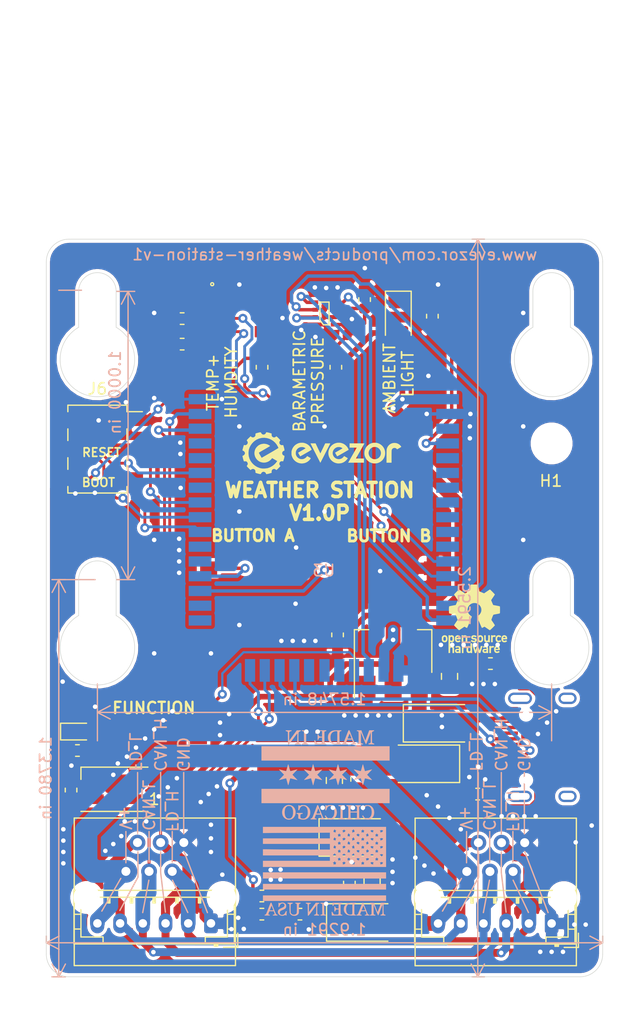
<source format=kicad_pcb>
(kicad_pcb (version 20171130) (host pcbnew "(5.1.5)-3")
  (layers (0 F.Cu signal) (31 B.Cu signal) (34 B.Paste user) (35 F.Paste user) (36 B.SilkS user) (37 F.SilkS user) (38 B.Mask user) (39 F.Mask user) (44 Edge.Cuts user))
  (net 0 "")
  (net 1 "Net-(C1-Pad2)")
  (net 2 "Net-(C1-Pad1)")
  (net 3 "Net-(C2-Pad2)")
  (net 4 GND)
  (net 5 /CAN_H)
  (net 6 /CAN_L)
  (net 7 +3V3)
  (net 8 /FD_H)
  (net 9 /FD_L)
  (net 10 "Net-(D3-Pad1)")
  (net 11 /RESET)
  (net 12 "Net-(U3-Pad21)")
  (net 13 "Net-(U3-Pad22)")
  (net 14 "Net-(U3-Pad23)")
  (net 15 "Net-(U3-Pad28)")
  (net 16 "Net-(U3-Pad11)")
  (net 17 "Net-(U3-Pad10)")
  (net 18 "Net-(U3-Pad9)")
  (net 19 "Net-(U3-Pad8)")
  (net 20 "Net-(U3-Pad7)")
  (net 21 "Net-(U3-Pad6)")
  (net 22 "Net-(U3-Pad5)")
  (net 23 "Net-(U3-Pad29)")
  (net 24 "Net-(U3-Pad32)")
  (net 25 "Net-(U3-Pad33)")
  (net 26 "Net-(U3-Pad37)")
  (net 27 /NEO_STATUS)
  (net 28 "Net-(U3-Pad3)")
  (net 29 "Net-(J1-PadA8)")
  (net 30 "Net-(J1-PadB8)")
  (net 31 "Net-(C3-Pad1)")
  (net 32 /BOOT)
  (net 33 /D+)
  (net 34 /CC2)
  (net 35 /D-)
  (net 36 /CC1)
  (net 37 /VREG_OUT)
  (net 38 /USB_VCC)
  (net 39 /FUNCTION_BUTTON)
  (net 40 "Net-(C8-Pad1)")
  (net 41 /HBT_LED)
  (net 42 "Net-(D6-Pad1)")
  (net 43 VBUS)
  (net 44 /AMBIENT_LIGHT)
  (net 45 /SDA)
  (net 46 /SCL)
  (net 47 "Net-(U5-Pad6)")
  (net 48 /CSEL)
  (net 49 /MOSI)
  (net 50 /SCK)
  (net 51 /MISO)
  (net 52 /BUTTON_A)
  (net 53 /BUTTON_B)
  (net 54 /OLED_SCL)
  (net 55 /OLED_SDA)
  (net 56 "Net-(U3-Pad40)")
  (net 57 "Net-(U3-Pad39)")
  (module EvezorLIB:EDGE_STAMP (layer B.Cu) (at 124.94 123.6 180)
    (fp_text reference U3 (at 0 8.4) (layer B.SilkS) (effects (justify mirror)))
    (fp_text value EDGE_STM32F405_CPU_V1)
    (pad 43 smd custom (at 10.9 23.5 90) (size 0.9 2) (layers B.Cu B.Paste B.Mask) (net 4 GND) (options (clearance outline) (anchor rect)) (primitives))
    (pad 42 smd custom (at 10.9 22.2 90) (size 0.9 2) (layers B.Cu B.Paste B.Mask) (net 27 /NEO_STATUS) (options (clearance outline) (anchor rect)) (primitives))
    (pad 41 smd custom (at 10.9 20.9 90) (size 0.9 2) (layers B.Cu B.Paste B.Mask) (net 41 /HBT_LED) (options (clearance outline) (anchor rect)) (primitives))
    (pad 40 smd custom (at 10.9 19.6 90) (size 0.9 2) (layers B.Cu B.Paste B.Mask) (net 56 "Net-(U3-Pad40)") (options (clearance outline) (anchor rect)) (primitives))
    (pad 39 smd custom (at 10.9 18.3 90) (size 0.9 2) (layers B.Cu B.Paste B.Mask) (net 57 "Net-(U3-Pad39)") (options (clearance outline) (anchor rect)) (primitives))
    (pad 38 smd custom (at 10.9 17 90) (size 0.9 2) (layers B.Cu B.Paste B.Mask) (net 11 /RESET) (options (clearance outline) (anchor rect)) (primitives))
    (pad 37 smd custom (at 10.9 15.7 90) (size 0.9 2) (layers B.Cu B.Paste B.Mask) (net 26 "Net-(U3-Pad37)") (options (clearance outline) (anchor rect)) (primitives))
    (pad 36 smd custom (at 10.9 14.4 90) (size 0.9 2) (layers B.Cu B.Paste B.Mask) (net 32 /BOOT) (options (clearance outline) (anchor rect)) (primitives))
    (pad 35 smd custom (at 10.9 13.1 90) (size 0.9 2) (layers B.Cu B.Paste B.Mask) (net 55 /OLED_SDA) (options (clearance outline) (anchor rect)) (primitives))
    (pad 34 smd custom (at 10.9 11.8 90) (size 0.9 2) (layers B.Cu B.Paste B.Mask) (net 54 /OLED_SCL) (options (clearance outline) (anchor rect)) (primitives))
    (pad 33 smd custom (at 10.9 10.5 90) (size 0.9 2) (layers B.Cu B.Paste B.Mask) (net 25 "Net-(U3-Pad33)") (options (clearance outline) (anchor rect)) (primitives))
    (pad 32 smd custom (at 10.9 9.2 90) (size 0.9 2) (layers B.Cu B.Paste B.Mask) (net 24 "Net-(U3-Pad32)") (options (clearance outline) (anchor rect)) (primitives))
    (pad 31 smd custom (at 10.9 7.9 90) (size 0.9 2) (layers B.Cu B.Paste B.Mask) (net 52 /BUTTON_A) (options (clearance outline) (anchor rect)) (primitives))
    (pad 30 smd custom (at 10.9 6.6 90) (size 0.9 2) (layers B.Cu B.Paste B.Mask) (net 53 /BUTTON_B) (options (clearance outline) (anchor rect)) (primitives))
    (pad 29 smd custom (at 10.9 5.3 90) (size 0.9 2) (layers B.Cu B.Paste B.Mask) (net 23 "Net-(U3-Pad29)") (options (clearance outline) (anchor rect)) (primitives))
    (pad 1 smd custom (at -10.9 23.5 90) (size 0.9 2) (layers B.Cu B.Paste B.Mask) (net 7 +3V3) (options (clearance outline) (anchor rect)) (primitives))
    (pad 2 smd custom (at -10.9 22.2 90) (size 0.9 2) (layers B.Cu B.Paste B.Mask) (net 4 GND) (options (clearance outline) (anchor rect)) (primitives))
    (pad 3 smd custom (at -10.9 20.9 90) (size 0.9 2) (layers B.Cu B.Paste B.Mask) (net 28 "Net-(U3-Pad3)") (options (clearance outline) (anchor rect)) (primitives))
    (pad 4 smd custom (at -10.9 19.6 90) (size 0.9 2) (layers B.Cu B.Paste B.Mask) (net 44 /AMBIENT_LIGHT) (options (clearance outline) (anchor rect)) (primitives))
    (pad 5 smd custom (at -10.9 18.3 90) (size 0.9 2) (layers B.Cu B.Paste B.Mask) (net 22 "Net-(U3-Pad5)") (options (clearance outline) (anchor rect)) (primitives))
    (pad 6 smd custom (at -10.9 17 90) (size 0.9 2) (layers B.Cu B.Paste B.Mask) (net 21 "Net-(U3-Pad6)") (options (clearance outline) (anchor rect)) (primitives))
    (pad 7 smd custom (at -10.9 15.7 90) (size 0.9 2) (layers B.Cu B.Paste B.Mask) (net 20 "Net-(U3-Pad7)") (options (clearance outline) (anchor rect)) (primitives))
    (pad 8 smd custom (at -10.9 14.4 90) (size 0.9 2) (layers B.Cu B.Paste B.Mask) (net 19 "Net-(U3-Pad8)") (options (clearance outline) (anchor rect)) (primitives))
    (pad 9 smd custom (at -10.9 13.1 90) (size 0.9 2) (layers B.Cu B.Paste B.Mask) (net 18 "Net-(U3-Pad9)") (options (clearance outline) (anchor rect)) (primitives))
    (pad 10 smd custom (at -10.9 11.8 90) (size 0.9 2) (layers B.Cu B.Paste B.Mask) (net 17 "Net-(U3-Pad10)") (options (clearance outline) (anchor rect)) (primitives))
    (pad 11 smd custom (at -10.9 10.5 90) (size 0.9 2) (layers B.Cu B.Paste B.Mask) (net 16 "Net-(U3-Pad11)") (options (clearance outline) (anchor rect)) (primitives))
    (pad 12 smd custom (at -10.9 9.2 90) (size 0.9 2) (layers B.Cu B.Paste B.Mask) (net 46 /SCL) (options (clearance outline) (anchor rect)) (primitives))
    (pad 13 smd custom (at -10.9 7.9 90) (size 0.9 2) (layers B.Cu B.Paste B.Mask) (net 45 /SDA) (options (clearance outline) (anchor rect)) (primitives))
    (pad 14 smd custom (at -10.9 6.6 90) (size 0.9 2) (layers B.Cu B.Paste B.Mask) (net 51 /MISO) (options (clearance outline) (anchor rect)) (primitives))
    (pad 15 smd custom (at -10.9 5.3 90) (size 0.9 2) (layers B.Cu B.Paste B.Mask) (net 49 /MOSI) (options (clearance outline) (anchor rect)) (primitives))
    (pad 28 smd custom (at 10.9 4 90) (size 0.9 2) (layers B.Cu B.Paste B.Mask) (net 15 "Net-(U3-Pad28)") (options (clearance outline) (anchor rect)) (primitives))
    (pad 16 smd custom (at -10.9 4 90) (size 0.9 2) (layers B.Cu B.Paste B.Mask) (net 50 /SCK) (options (clearance outline) (anchor rect)) (primitives))
    (pad 27 smd custom (at 6.5 -0.4 180) (size 0.9 2) (layers B.Cu B.Paste B.Mask) (net 6 /CAN_L) (options (clearance outline) (anchor rect)) (primitives))
    (pad 26 smd custom (at 5.2 -0.4 180) (size 0.9 2) (layers B.Cu B.Paste B.Mask) (net 5 /CAN_H) (options (clearance outline) (anchor rect)) (primitives))
    (pad 25 smd custom (at 3.9 -0.4 180) (size 0.9 2) (layers B.Cu B.Paste B.Mask) (net 33 /D+) (options (clearance outline) (anchor rect)) (primitives))
    (pad 24 smd custom (at 2.6 -0.4 180) (size 0.9 2) (layers B.Cu B.Paste B.Mask) (net 35 /D-) (options (clearance outline) (anchor rect)) (primitives))
    (pad 23 smd custom (at 1.3 -0.4 180) (size 0.9 2) (layers B.Cu B.Paste B.Mask) (net 14 "Net-(U3-Pad23)") (options (clearance outline) (anchor rect)) (primitives))
    (pad 22 smd custom (at -0.06 -0.4 180) (size 0.9 2) (layers B.Cu B.Paste B.Mask) (net 13 "Net-(U3-Pad22)") (options (clearance outline) (anchor rect)) (primitives))
    (pad 21 smd custom (at -1.36 -0.4 180) (size 0.9 2) (layers B.Cu B.Paste B.Mask) (net 12 "Net-(U3-Pad21)") (options (clearance outline) (anchor rect)) (primitives))
    (pad 20 smd custom (at -2.66 -0.4 180) (size 0.9 2) (layers B.Cu B.Paste B.Mask) (net 39 /FUNCTION_BUTTON) (options (clearance outline) (anchor rect)) (primitives))
    (pad 19 smd custom (at -3.96 -0.4 180) (size 0.9 2) (layers B.Cu B.Paste B.Mask) (net 48 /CSEL) (options (clearance outline) (anchor rect)) (primitives))
    (pad 18 smd custom (at -5.26 -0.4 180) (size 0.9 2) (layers B.Cu B.Paste B.Mask) (net 7 +3V3) (options (clearance outline) (anchor rect)) (primitives))
    (pad 17 smd custom (at -6.56 -0.4 180) (size 0.9 2) (layers B.Cu B.Paste B.Mask) (net 4 GND) (options (clearance outline) (anchor rect)) (primitives))
  )
  (module Evezor_extras:OLED_HEADER (layer F.Cu) (at 105 104.5)
    (fp_text reference J6 (at 0 -5.31) (layer F.SilkS))
    (fp_text value Conn_02x03_Odd_Even)
    (pad 6 smd rect (at -2.52 2.54) (size 3 1) (layers F.Cu F.Paste F.Mask) (net 7 +3V3))
    (pad 5 smd rect (at 2.52 2.54) (size 3 1) (layers F.Cu F.Paste F.Mask) (net 54 /OLED_SCL))
    (pad 4 smd rect (at -2.52 0) (size 3 1) (layers F.Cu F.Paste F.Mask) (net 55 /OLED_SDA))
    (pad 3 smd rect (at 2.52 0) (size 3 1) (layers F.Cu F.Paste F.Mask) (net 32 /BOOT))
    (pad 2 smd rect (at -2.52 -2.54) (size 3 1) (layers F.Cu F.Paste F.Mask) (net 11 /RESET))
    (pad 1 smd rect (at 2.52 -2.54) (size 3 1) (layers F.Cu F.Paste F.Mask) (net 4 GND))
  )
  (module Evezor_extras:OLED_STANDOFF (layer F.Cu) (at 145 104)
    (fp_text reference H1 (at -0.0635 3.302) (layer F.SilkS))
    (fp_text value MountingHole)
    (pad "" np_thru_hole circle (at 0 0) (size 3.1 3.1) (drill 3.1) (layers *.Cu *.Mask))
  )
  (module EvezorLIB:SWITCH_2x3_SMD_TACTILE_GREEN (layer F.Cu) (at 130.65 115)
    (fp_text reference SW3)
    (fp_text value SW_Push)
    (pad 2 smd rect (at 3.85 0) (size 1.5 1.2) (layers F.Cu F.Paste F.Mask) (net 4 GND))
    (pad 1 smd rect (at -3.85 0) (size 1.5 1.2) (layers F.Cu F.Paste F.Mask) (net 53 /BUTTON_B))
  )
  (module EvezorLIB:SWITCH_2x3_SMD_TACTILE_GREEN (layer F.Cu) (at 118.65 115)
    (fp_text reference SW2)
    (fp_text value SW_Push)
    (pad 2 smd rect (at 3.85 0) (size 1.5 1.2) (layers F.Cu F.Paste F.Mask) (net 4 GND))
    (pad 1 smd rect (at -3.85 0) (size 1.5 1.2) (layers F.Cu F.Paste F.Mask) (net 52 /BUTTON_A))
  )
  (module Symbol:OSHW-Logo_5.7x6mm_SilkScreen (layer F.Cu) (at 138.2 119.45)
    (fp_text reference REF** hide)
    (fp_text value OSHW-Logo_5.7x6mm_SilkScreen hide)
  )
  (module Evezor_extras:MADE_IN_CHICAGO (layer B.Cu) (at 125.1 133.2 180)
    (fp_text reference G*** hide)
    (fp_text value LOGO hide)
  )
  (module "Evezor_extras:MADE IN USA" (layer B.Cu) (at 125 141.7 180)
    (fp_text reference G*** hide)
    (fp_text value LOGO hide)
  )
  (module EvezorLIB:LOGO_37 (layer F.Cu) (at 119.625 104.85)
    (fp_text reference G*** hide)
    (fp_text value LOGO hide)
  )
  (module EvezorLIB:evezor_18 (layer F.Cu) (at 126.925 104.85)
    (fp_text reference G*** hide)
    (fp_text value LOGO hide)
  )
  (module LED_SMD:LED_SK6812MINI_PLCC4_3.5x3.5mm_P1.75mm (layer F.Cu) (at 106.5 134.475 180)
    (fp_text reference D6)
    (fp_text value SK6812MINI)
    (fp_text user 1 (at -3.5 -0.875) (layer F.SilkS))
    (pad 1 smd rect (at -1.75 -0.875 180) (size 1.6 0.85) (layers F.Cu F.Paste F.Mask) (net 42 "Net-(D6-Pad1)"))
    (pad 2 smd rect (at -1.75 0.875 180) (size 1.6 0.85) (layers F.Cu F.Paste F.Mask) (net 4 GND))
    (pad 4 smd rect (at 1.75 -0.875 180) (size 1.6 0.85) (layers F.Cu F.Paste F.Mask) (net 7 +3V3))
    (pad 3 smd rect (at 1.75 0.875 180) (size 1.6 0.85) (layers F.Cu F.Paste F.Mask) (net 27 /NEO_STATUS))
  )
  (module EvezorLIB:USB_C_Receptacle_HRO_TYPE-C-31-M-12 (layer F.Cu) (at 145.35 130.78 90)
    (fp_text reference J1)
    (fp_text value USB_C_Receptacle_USB2.0)
    (pad B1 smd rect (at 3.25 -4.045 90) (size 0.6 1.45) (layers F.Cu F.Paste F.Mask) (net 4 GND))
    (pad A9 smd rect (at 2.45 -4.045 90) (size 0.6 1.45) (layers F.Cu F.Paste F.Mask) (net 38 /USB_VCC))
    (pad B9 smd rect (at -2.45 -4.045 90) (size 0.6 1.45) (layers F.Cu F.Paste F.Mask) (net 38 /USB_VCC))
    (pad B12 smd rect (at -3.25 -4.045 90) (size 0.6 1.45) (layers F.Cu F.Paste F.Mask) (net 4 GND))
    (pad A1 smd rect (at -3.25 -4.045 90) (size 0.6 1.45) (layers F.Cu F.Paste F.Mask) (net 4 GND))
    (pad A4 smd rect (at -2.45 -4.045 90) (size 0.6 1.45) (layers F.Cu F.Paste F.Mask) (net 38 /USB_VCC))
    (pad B4 smd rect (at 2.45 -4.045 90) (size 0.6 1.45) (layers F.Cu F.Paste F.Mask) (net 38 /USB_VCC))
    (pad A12 smd rect (at 3.25 -4.045 90) (size 0.6 1.45) (layers F.Cu F.Paste F.Mask) (net 4 GND))
    (pad B8 smd rect (at -1.75 -4.045 90) (size 0.3 1.45) (layers F.Cu F.Paste F.Mask) (net 30 "Net-(J1-PadB8)"))
    (pad A5 smd rect (at -1.25 -4.045 90) (size 0.3 1.45) (layers F.Cu F.Paste F.Mask) (net 36 /CC1))
    (pad B7 smd rect (at -0.75 -4.045 90) (size 0.3 1.45) (layers F.Cu F.Paste F.Mask) (net 35 /D-))
    (pad A7 smd rect (at 0.25 -4.045 90) (size 0.3 1.45) (layers F.Cu F.Paste F.Mask) (net 35 /D-))
    (pad B6 smd rect (at 0.75 -4.045 90) (size 0.3 1.45) (layers F.Cu F.Paste F.Mask) (net 33 /D+))
    (pad A8 smd rect (at 1.25 -4.045 90) (size 0.3 1.45) (layers F.Cu F.Paste F.Mask) (net 29 "Net-(J1-PadA8)"))
    (pad B5 smd rect (at 1.75 -4.045 90) (size 0.3 1.45) (layers F.Cu F.Paste F.Mask) (net 34 /CC2))
    (pad A6 smd rect (at -0.25 -4.045 90) (size 0.3 1.45) (layers F.Cu F.Paste F.Mask) (net 33 /D+))
    (pad "" thru_hole oval (at 4.32 -3.13 90) (size 1 2.1) (drill oval 0.6 1.7) (layers *.Cu *.Mask))
    (pad "" thru_hole oval (at -4.32 -3.13 90) (size 1 2.1) (drill oval 0.6 1.7) (layers *.Cu *.Mask))
    (pad "" np_thru_hole circle (at -2.89 -2.6 90) (size 0.65 0.65) (drill 0.65) (layers *.Cu *.Mask))
    (pad "" thru_hole oval (at -4.32 1.05 90) (size 1 1.6) (drill oval 0.6 1.2) (layers *.Cu *.Mask))
    (pad "" np_thru_hole circle (at 2.89 -2.6 90) (size 0.65 0.65) (drill 0.65) (layers *.Cu *.Mask))
    (pad "" thru_hole oval (at 4.32 1.05 90) (size 1 1.6) (drill oval 0.6 1.2) (layers *.Cu *.Mask))
  )
  (module Capacitor_SMD:C_0603_1608Metric (layer F.Cu) (at 102.68 134.5425 270)
    (fp_text reference C9)
    (fp_text value C_Small)
    (pad 2 smd roundrect (at 0.7875 0 270) (size 0.875 0.95) (layers F.Cu F.Paste F.Mask) (net 7 +3V3))
    (pad 1 smd roundrect (at -0.7875 0 270) (size 0.875 0.95) (layers F.Cu F.Paste F.Mask) (net 4 GND))
  )
  (module Connector_JST:JST_PH_B6B-PH-K_1x06_P2.00mm_Vertical (layer F.Cu) (at 115 146.29 180)
    (fp_text reference J5)
    (fp_text value PH)
    (pad 6 thru_hole oval (at 10 0 180) (size 1.2 1.75) (drill 0.75) (layers *.Cu *.Mask) (net 43 VBUS))
    (pad 5 thru_hole oval (at 8 0 180) (size 1.2 1.75) (drill 0.75) (layers *.Cu *.Mask) (net 9 /FD_L))
    (pad 4 thru_hole oval (at 6 0 180) (size 1.2 1.75) (drill 0.75) (layers *.Cu *.Mask) (net 6 /CAN_L))
    (pad 3 thru_hole oval (at 4 0 180) (size 1.2 1.75) (drill 0.75) (layers *.Cu *.Mask) (net 5 /CAN_H))
    (pad 2 thru_hole oval (at 2 0 180) (size 1.2 1.75) (drill 0.75) (layers *.Cu *.Mask) (net 8 /FD_H))
    (pad 1 thru_hole roundrect (at 0 0 180) (size 1.2 1.75) (drill 0.75) (layers *.Cu *.Mask) (roundrect_rratio 0.208333) (net 4 GND))
  )
  (module Capacitor_SMD:C_0603_1608Metric (layer F.Cu) (at 127.83 133.5975 270)
    (fp_text reference C5)
    (fp_text value .1uF)
    (pad 2 smd roundrect (at 0.7875 0 270) (size 0.875 0.95) (layers F.Cu F.Paste F.Mask) (net 4 GND))
    (pad 1 smd roundrect (at -0.7875 0 270) (size 0.875 0.95) (layers F.Cu F.Paste F.Mask) (net 37 /VREG_OUT))
  )
  (module Capacitor_SMD:C_0805_2012Metric (layer F.Cu) (at 125.87 133.7 270)
    (fp_text reference C6)
    (fp_text value 22uF)
    (pad 2 smd roundrect (at 0.9375 0 270) (size 0.975 1.4) (layers F.Cu F.Paste F.Mask) (net 4 GND))
    (pad 1 smd roundrect (at -0.9375 0 270) (size 0.975 1.4) (layers F.Cu F.Paste F.Mask) (net 37 /VREG_OUT))
  )
  (module Capacitor_SMD:C_0603_1608Metric (layer F.Cu) (at 122.5625 139.71 180)
    (fp_text reference C1)
    (fp_text value .1uF)
    (pad 2 smd roundrect (at 0.7875 0 180) (size 0.875 0.95) (layers F.Cu F.Paste F.Mask) (net 1 "Net-(C1-Pad2)"))
    (pad 1 smd roundrect (at -0.7875 0 180) (size 0.875 0.95) (layers F.Cu F.Paste F.Mask) (net 2 "Net-(C1-Pad1)"))
  )
  (module Capacitor_SMD:C_0603_1608Metric (layer F.Cu) (at 119.4825 143.88)
    (fp_text reference C2)
    (fp_text value .1uF)
    (pad 2 smd roundrect (at 0.7875 0) (size 0.875 0.95) (layers F.Cu F.Paste F.Mask) (net 3 "Net-(C2-Pad2)"))
    (pad 1 smd roundrect (at -0.7875 0) (size 0.875 0.95) (layers F.Cu F.Paste F.Mask) (net 37 /VREG_OUT))
  )
  (module Capacitor_SMD:C_0805_2012Metric (layer F.Cu) (at 129.19 142.5975 90)
    (fp_text reference C4)
    (fp_text value 4.7uF)
    (pad 2 smd roundrect (at 0.9375 0 90) (size 0.975 1.4) (layers F.Cu F.Paste F.Mask) (net 4 GND))
    (pad 1 smd roundrect (at -0.9375 0 90) (size 0.975 1.4) (layers F.Cu F.Paste F.Mask) (net 31 "Net-(C3-Pad1)"))
  )
  (module EvezorLIB:RJ11_C189747_Horizontal (layer F.Cu) (at 140.079999 141.719999 180)
    (fp_text reference J2)
    (fp_text value RJ11)
    (pad "" np_thru_hole circle (at 6 -2.3) (size 2.3 2.3) (drill 2.3) (layers *.Cu *.Mask))
    (pad "" np_thru_hole circle (at -6 -2.3 180) (size 2.3 2.3) (drill 2.3) (layers *.Cu *.Mask))
    (pad 5 thru_hole circle (at 1.53 2.54 180) (size 1.39 1.39) (drill 0.79) (layers *.Cu *.Mask) (net 9 /FD_L))
    (pad 3 thru_hole circle (at -0.51 2.54 180) (size 1.39 1.39) (drill 0.79) (layers *.Cu *.Mask) (net 5 /CAN_H))
    (pad 1 thru_hole circle (at -2.55 2.54 180) (size 1.39 1.39) (drill 0.79) (layers *.Cu *.Mask) (net 4 GND))
    (pad 6 thru_hole circle (at 2.55 0 180) (size 1.39 1.39) (drill 0.79) (layers *.Cu *.Mask) (net 43 VBUS))
    (pad 4 thru_hole circle (at 0.51 0 180) (size 1.39 1.39) (drill 0.79) (layers *.Cu *.Mask) (net 6 /CAN_L))
    (pad 2 thru_hole circle (at -1.53 0 180) (size 1.39 1.39) (drill 0.79) (layers *.Cu *.Mask) (net 8 /FD_H))
  )
  (module EvezorLIB:RJ11_C189747_Horizontal (layer F.Cu) (at 110.059999 141.709999 180)
    (fp_text reference J3)
    (fp_text value RJ11)
    (pad "" np_thru_hole circle (at 6 -2.3) (size 2.3 2.3) (drill 2.3) (layers *.Cu *.Mask))
    (pad "" np_thru_hole circle (at -6 -2.3 180) (size 2.3 2.3) (drill 2.3) (layers *.Cu *.Mask))
    (pad 5 thru_hole circle (at 1.53 2.54 180) (size 1.39 1.39) (drill 0.79) (layers *.Cu *.Mask) (net 9 /FD_L))
    (pad 3 thru_hole circle (at -0.51 2.54 180) (size 1.39 1.39) (drill 0.79) (layers *.Cu *.Mask) (net 5 /CAN_H))
    (pad 1 thru_hole circle (at -2.55 2.54 180) (size 1.39 1.39) (drill 0.79) (layers *.Cu *.Mask) (net 4 GND))
    (pad 6 thru_hole circle (at 2.55 0 180) (size 1.39 1.39) (drill 0.79) (layers *.Cu *.Mask) (net 43 VBUS))
    (pad 4 thru_hole circle (at 0.51 0 180) (size 1.39 1.39) (drill 0.79) (layers *.Cu *.Mask) (net 6 /CAN_L))
    (pad 2 thru_hole circle (at -1.53 0 180) (size 1.39 1.39) (drill 0.79) (layers *.Cu *.Mask) (net 8 /FD_H))
  )
  (module Connector_JST:JST_PH_B6B-PH-K_1x06_P2.00mm_Vertical (layer F.Cu) (at 145 146.3 180)
    (fp_text reference J4)
    (fp_text value PH)
    (pad 6 thru_hole oval (at 10 0 180) (size 1.2 1.75) (drill 0.75) (layers *.Cu *.Mask) (net 43 VBUS))
    (pad 5 thru_hole oval (at 8 0 180) (size 1.2 1.75) (drill 0.75) (layers *.Cu *.Mask) (net 9 /FD_L))
    (pad 4 thru_hole oval (at 6 0 180) (size 1.2 1.75) (drill 0.75) (layers *.Cu *.Mask) (net 6 /CAN_L))
    (pad 3 thru_hole oval (at 4 0 180) (size 1.2 1.75) (drill 0.75) (layers *.Cu *.Mask) (net 5 /CAN_H))
    (pad 2 thru_hole oval (at 2 0 180) (size 1.2 1.75) (drill 0.75) (layers *.Cu *.Mask) (net 8 /FD_H))
    (pad 1 thru_hole roundrect (at 0 0 180) (size 1.2 1.75) (drill 0.75) (layers *.Cu *.Mask) (roundrect_rratio 0.208333) (net 4 GND))
  )
  (module Resistor_SMD:R_0603_1608Metric (layer F.Cu) (at 122.8375 145.48 180)
    (fp_text reference R1)
    (fp_text value 15k)
    (pad 2 smd roundrect (at 0.7875 0 180) (size 0.875 0.95) (layers F.Cu F.Paste F.Mask) (net 3 "Net-(C2-Pad2)"))
    (pad 1 smd roundrect (at -0.7875 0 180) (size 0.875 0.95) (layers F.Cu F.Paste F.Mask) (net 4 GND))
  )
  (module Resistor_SMD:R_0603_1608Metric (layer F.Cu) (at 119.4825 145.48)
    (fp_text reference R2)
    (fp_text value 82k)
    (pad 2 smd roundrect (at 0.7875 0) (size 0.875 0.95) (layers F.Cu F.Paste F.Mask) (net 3 "Net-(C2-Pad2)"))
    (pad 1 smd roundrect (at -0.7875 0) (size 0.875 0.95) (layers F.Cu F.Paste F.Mask) (net 37 /VREG_OUT))
  )
  (module Package_TO_SOT_SMD:SOT-23-6 (layer F.Cu) (at 123.65 142.46)
    (fp_text reference U1)
    (fp_text value SY8401ABC)
    (pad 5 smd rect (at 1.1 0) (size 1.06 0.65) (layers F.Cu F.Paste F.Mask) (net 31 "Net-(C3-Pad1)"))
    (pad 6 smd rect (at 1.1 -0.95) (size 1.06 0.65) (layers F.Cu F.Paste F.Mask) (net 2 "Net-(C1-Pad1)"))
    (pad 4 smd rect (at 1.1 0.95) (size 1.06 0.65) (layers F.Cu F.Paste F.Mask) (net 31 "Net-(C3-Pad1)"))
    (pad 3 smd rect (at -1.1 0.95) (size 1.06 0.65) (layers F.Cu F.Paste F.Mask) (net 3 "Net-(C2-Pad2)"))
    (pad 2 smd rect (at -1.1 0) (size 1.06 0.65) (layers F.Cu F.Paste F.Mask) (net 4 GND))
    (pad 1 smd rect (at -1.1 -0.95) (size 1.06 0.65) (layers F.Cu F.Paste F.Mask) (net 1 "Net-(C1-Pad2)"))
  )
  (module Capacitor_SMD:C_0603_1608Metric (layer F.Cu) (at 127.19 142.7475 90)
    (fp_text reference C3)
    (fp_text value .1uF)
    (pad 2 smd roundrect (at 0.7875 0 90) (size 0.875 0.95) (layers F.Cu F.Paste F.Mask) (net 4 GND))
    (pad 1 smd roundrect (at -0.7875 0 90) (size 0.875 0.95) (layers F.Cu F.Paste F.Mask) (net 31 "Net-(C3-Pad1)"))
  )
  (module Diode_SMD:D_SMA (layer F.Cu) (at 127.92 138.72)
    (fp_text reference D1)
    (fp_text value SX35_SCHOTTKY)
    (pad 2 smd rect (at 2 0) (size 2.5 1.8) (layers F.Cu F.Paste F.Mask) (net 4 GND))
    (pad 1 smd rect (at -2 0) (size 2.5 1.8) (layers F.Cu F.Paste F.Mask) (net 2 "Net-(C1-Pad1)"))
  )
  (module LED_SMD:LED_0603_1608Metric (layer F.Cu) (at 103.2425 129.39)
    (fp_text reference D3)
    (fp_text value LED)
    (pad 2 smd roundrect (at 0.7875 0) (size 0.875 0.95) (layers F.Cu F.Paste F.Mask) (net 41 /HBT_LED))
    (pad 1 smd roundrect (at -0.7875 0) (size 0.875 0.95) (layers F.Cu F.Paste F.Mask) (net 10 "Net-(D3-Pad1)"))
  )
  (module EvezorLIB:INDUCTOR_7.5X6.6_GCDA0630-220MC (layer F.Cu) (at 120.84 134.845 90)
    (fp_text reference L1)
    (fp_text value 22uH)
    (pad 2 smd rect (at 2.695 0 90) (size 1.98 3.43) (layers F.Cu F.Paste F.Mask) (net 37 /VREG_OUT))
    (pad 1 smd rect (at -2.695 0 90) (size 1.98 3.43) (layers F.Cu F.Paste F.Mask) (net 2 "Net-(C1-Pad1)"))
  )
  (module Resistor_SMD:R_0603_1608Metric (layer F.Cu) (at 103.2425 131.06 180)
    (fp_text reference R5)
    (fp_text value 15k)
    (pad 2 smd roundrect (at 0.7875 0 180) (size 0.875 0.95) (layers F.Cu F.Paste F.Mask) (net 10 "Net-(D3-Pad1)"))
    (pad 1 smd roundrect (at -0.7875 0 180) (size 0.875 0.95) (layers F.Cu F.Paste F.Mask) (net 4 GND))
  )
  (module Package_TO_SOT_SMD:SOT-223-3_TabPin2 (layer F.Cu) (at 131.04 122.32 90)
    (fp_text reference U2)
    (fp_text value AMS1117-3.3)
    (pad 1 smd rect (at -3.15 -2.3 90) (size 2 1.5) (layers F.Cu F.Paste F.Mask) (net 4 GND))
    (pad 3 smd rect (at -3.15 2.3 90) (size 2 1.5) (layers F.Cu F.Paste F.Mask) (net 40 "Net-(C8-Pad1)"))
    (pad 2 smd rect (at -3.15 0 90) (size 2 1.5) (layers F.Cu F.Paste F.Mask) (net 7 +3V3))
    (pad 2 smd rect (at 3.15 0 90) (size 2 3.8) (layers F.Cu F.Paste F.Mask) (net 7 +3V3))
  )
  (module Diode_SMD:D_SMA (layer F.Cu) (at 128.58 146.21)
    (fp_text reference D2)
    (fp_text value SX35_SCHOTTKY)
    (pad 1 smd rect (at -2 0) (size 2.5 1.8) (layers F.Cu F.Paste F.Mask) (net 31 "Net-(C3-Pad1)"))
    (pad 2 smd rect (at 2 0) (size 2.5 1.8) (layers F.Cu F.Paste F.Mask) (net 43 VBUS))
  )
  (module Resistor_SMD:R_0603_1608Metric (layer F.Cu) (at 139.6125 123.4 180)
    (fp_text reference R3)
    (fp_text value 5.1k)
    (pad 2 smd roundrect (at 0.7875 0 180) (size 0.875 0.95) (layers F.Cu F.Paste F.Mask) (net 4 GND))
    (pad 1 smd roundrect (at -0.7875 0 180) (size 0.875 0.95) (layers F.Cu F.Paste F.Mask) (net 34 /CC2))
  )
  (module Resistor_SMD:R_0603_1608Metric (layer F.Cu) (at 138.4875 134.9 180)
    (fp_text reference R4)
    (fp_text value 5.1k)
    (pad 1 smd roundrect (at -0.7875 0 180) (size 0.875 0.95) (layers F.Cu F.Paste F.Mask) (net 36 /CC1))
    (pad 2 smd roundrect (at 0.7875 0 180) (size 0.875 0.95) (layers F.Cu F.Paste F.Mask) (net 4 GND))
  )
  (module Diode_SMD:D_SMA (layer F.Cu) (at 135.34 128.66)
    (fp_text reference D4)
    (fp_text value SX35_SCHOTTKY)
    (pad 2 smd rect (at 2 0) (size 2.5 1.8) (layers F.Cu F.Paste F.Mask) (net 38 /USB_VCC))
    (pad 1 smd rect (at -2 0) (size 2.5 1.8) (layers F.Cu F.Paste F.Mask) (net 40 "Net-(C8-Pad1)"))
  )
  (module Diode_SMD:D_SMA (layer F.Cu) (at 133.5 132.23 180)
    (fp_text reference D5)
    (fp_text value SX35_SCHOTTKY)
    (pad 1 smd rect (at -2 0 180) (size 2.5 1.8) (layers F.Cu F.Paste F.Mask) (net 40 "Net-(C8-Pad1)"))
    (pad 2 smd rect (at 2 0 180) (size 2.5 1.8) (layers F.Cu F.Paste F.Mask) (net 37 /VREG_OUT))
  )
  (module EvezorLIB:SWITCH_2x3_SMD_TACTILE_GREEN (layer F.Cu) (at 110.05 129.9 180)
    (fp_text reference SW1)
    (fp_text value SW_Push)
    (pad 1 smd rect (at -3.85 0 180) (size 1.5 1.2) (layers F.Cu F.Paste F.Mask) (net 39 /FUNCTION_BUTTON))
    (pad 2 smd rect (at 3.85 0 180) (size 1.5 1.2) (layers F.Cu F.Paste F.Mask) (net 4 GND))
  )
  (module Capacitor_SMD:C_0805_2012Metric (layer F.Cu) (at 136.01 124.5275 90)
    (fp_text reference C8)
    (fp_text value 10uF)
    (pad 1 smd roundrect (at -0.9375 0 90) (size 0.975 1.4) (layers F.Cu F.Paste F.Mask) (net 40 "Net-(C8-Pad1)"))
    (pad 2 smd roundrect (at 0.9375 0 90) (size 0.975 1.4) (layers F.Cu F.Paste F.Mask) (net 4 GND))
  )
  (module Capacitor_SMD:C_0603_1608Metric (layer F.Cu) (at 126.15 120.87 270)
    (fp_text reference C10)
    (fp_text value .1uF)
    (pad 1 smd roundrect (at -0.7875 0 270) (size 0.875 0.95) (layers F.Cu F.Paste F.Mask) (net 7 +3V3))
    (pad 2 smd roundrect (at 0.7875 0 270) (size 0.875 0.95) (layers F.Cu F.Paste F.Mask) (net 4 GND))
  )
  (module Capacitor_SMD:C_0603_1608Metric (layer F.Cu) (at 119.5 97.2875 270)
    (fp_text reference C11)
    (fp_text value .1uF)
    (pad 1 smd roundrect (at -0.7875 0 270) (size 0.875 0.95) (layers F.Cu F.Paste F.Mask) (net 7 +3V3))
    (pad 2 smd roundrect (at 0.7875 0 270) (size 0.875 0.95) (layers F.Cu F.Paste F.Mask) (net 4 GND))
  )
  (module Capacitor_SMD:C_0603_1608Metric (layer F.Cu) (at 126 97.2875 270)
    (fp_text reference C12)
    (fp_text value .1uF)
    (pad 2 smd roundrect (at 0.7875 0 270) (size 0.875 0.95) (layers F.Cu F.Paste F.Mask) (net 4 GND))
    (pad 1 smd roundrect (at -0.7875 0 270) (size 0.875 0.95) (layers F.Cu F.Paste F.Mask) (net 7 +3V3))
  )
  (module Capacitor_SMD:C_0603_1608Metric (layer F.Cu) (at 128.53 91.3225 90)
    (fp_text reference C13)
    (fp_text value .1uF)
    (pad 1 smd roundrect (at -0.7875 0 90) (size 0.875 0.95) (layers F.Cu F.Paste F.Mask) (net 7 +3V3))
    (pad 2 smd roundrect (at 0.7875 0 90) (size 0.875 0.95) (layers F.Cu F.Paste F.Mask) (net 4 GND))
  )
  (module LED_SMD:LED_1206_3216Metric (layer F.Cu) (at 131.5 92.87 270)
    (fp_text reference D7)
    (fp_text value 1206-PTSM)
    (pad 1 smd roundrect (at -1.4 0 270) (size 1.25 1.75) (layers F.Cu F.Paste F.Mask) (roundrect_rratio 0.2) (net 44 /AMBIENT_LIGHT))
    (pad 2 smd roundrect (at 1.4 0 270) (size 1.25 1.75) (layers F.Cu F.Paste F.Mask) (roundrect_rratio 0.2) (net 7 +3V3))
  )
  (module Resistor_SMD:R_0603_1608Metric (layer F.Cu) (at 134.5 92.7875 90)
    (fp_text reference R8)
    (fp_text value 1k)
    (pad 1 smd roundrect (at -0.7875 0 90) (size 0.875 0.95) (layers F.Cu F.Paste F.Mask) (net 4 GND))
    (pad 2 smd roundrect (at 0.7875 0 90) (size 0.875 0.95) (layers F.Cu F.Paste F.Mask) (net 44 /AMBIENT_LIGHT))
  )
  (module Resistor_SMD:R_0603_1608Metric (layer F.Cu) (at 112.4625 93)
    (fp_text reference R9)
    (fp_text value 4.7k)
    (pad 1 smd roundrect (at -0.7875 0) (size 0.875 0.95) (layers F.Cu F.Paste F.Mask) (net 7 +3V3))
    (pad 2 smd roundrect (at 0.7875 0) (size 0.875 0.95) (layers F.Cu F.Paste F.Mask) (net 45 /SDA))
  )
  (module Resistor_SMD:R_0603_1608Metric (layer F.Cu) (at 112.4625 95.25)
    (fp_text reference R10)
    (fp_text value 4.7k)
    (pad 2 smd roundrect (at 0.7875 0) (size 0.875 0.95) (layers F.Cu F.Paste F.Mask) (net 46 /SCL))
    (pad 1 smd roundrect (at -0.7875 0) (size 0.875 0.95) (layers F.Cu F.Paste F.Mask) (net 7 +3V3))
  )
  (module EvezorLIB:SENSOR_TEMP+HUMIDITY_AHT10 (layer F.Cu) (at 117.89 92.88)
    (fp_text reference U5)
    (fp_text value SENSOR_TEMP+HUMIDITY_AHT10)
    (pad 1 smd roundrect (at -1.6 -1.27) (size 1.27 1) (layers F.Cu F.Paste F.Mask) (roundrect_rratio 0.05) (net 4 GND))
    (pad 2 smd roundrect (at -1.6 0) (size 1.27 1) (layers F.Cu F.Paste F.Mask) (roundrect_rratio 0.05) (net 45 /SDA))
    (pad 3 smd roundrect (at -1.6 1.27) (size 1.27 1) (layers F.Cu F.Paste F.Mask) (roundrect_rratio 0.05) (net 46 /SCL))
    (pad 4 smd roundrect (at 1.6 1.27) (size 1.27 1) (layers F.Cu F.Paste F.Mask) (roundrect_rratio 0.05) (net 7 +3V3))
    (pad 5 smd roundrect (at 1.6 0) (size 1.27 1) (layers F.Cu F.Paste F.Mask) (roundrect_rratio 0.05) (net 4 GND))
    (pad 6 smd roundrect (at 1.6 -1.27) (size 1.27 1) (layers F.Cu F.Paste F.Mask) (roundrect_rratio 0.05) (net 47 "Net-(U5-Pad6)"))
  )
  (module EvezorLIB:BOSCH_BMP280_PRESSURE_ALTIMETER (layer F.Cu) (at 125 92.545 180)
    (fp_text reference U6)
    (fp_text value BMP280)
    (pad 1 smd rect (at 0.8 -0.975 180) (size 0.5 0.35) (layers F.Cu F.Paste F.Mask) (net 4 GND))
    (pad 2 smd rect (at 0.8 -0.325 180) (size 0.5 0.35) (layers F.Cu F.Paste F.Mask) (net 48 /CSEL))
    (pad 3 smd rect (at 0.8 0.325 180) (size 0.5 0.35) (layers F.Cu F.Paste F.Mask) (net 49 /MOSI))
    (pad 4 smd rect (at 0.8 0.975 180) (size 0.5 0.35) (layers F.Cu F.Paste F.Mask) (net 50 /SCK))
    (pad 5 smd rect (at -0.8 0.975 180) (size 0.5 0.35) (layers F.Cu F.Paste F.Mask) (net 51 /MISO))
    (pad 6 smd rect (at -0.8 0.325 180) (size 0.5 0.35) (layers F.Cu F.Paste F.Mask) (net 7 +3V3))
    (pad 7 smd rect (at -0.8 -0.325 180) (size 0.5 0.35) (layers F.Cu F.Paste F.Mask) (net 4 GND))
    (pad 8 smd rect (at -0.8 -0.975 180) (size 0.5 0.35) (layers F.Cu F.Paste F.Mask) (net 7 +3V3))
  )
  (gr_circle (center 115.11 89.97) (end 115.16 90.09) (layer F.SilkS) (width 0.12))
  (gr_text "BUTTON B" (at 130.675 112.15) (layer F.SilkS) (effects (font (size 1 1) (thickness 0.25))))
  (gr_text "BUTTON A" (at 118.7 112.125) (layer F.SilkS) (effects (font (size 1 1) (thickness 0.25))))
  (gr_text "AMBIENT \nLIGHT" (at 131.525 97.875 90) (layer F.SilkS) (effects (font (size 1 1))))
  (gr_text "BARAMETRIC\nPRESSURE" (at 123.6 98.5 90) (layer F.SilkS) (effects (font (size 1 1))))
  (gr_text "TEMP+\nHUMDITY" (at 115.975 98.625 90) (layer F.SilkS) (effects (font (size 1 1))))
  (gr_line (start 105 127.1) (end 105 125.2) (layer B.SilkS) (width 0.12))
  (gr_line (start 145 127.1) (end 145 125.2) (layer B.SilkS) (width 0.12))
  (gr_text "WEATHER STATION\nV1.0P" (at 124.575 109.125) (layer F.SilkS) (effects (font (size 1.25 1.25) (thickness 0.3125))))
  (gr_arc (start 105.000001 115.999999) (end 106.650001 115.999999) (angle -180) (layer Edge.Cuts) (width 0.05))
  (gr_line (start 103.35 119.163729) (end 103.35 115.999999) (layer Edge.Cuts) (width 0.05))
  (gr_arc (start 105 121.999999) (end 103.35 119.163729) (angle -299.6226003) (layer Edge.Cuts) (width 0.05))
  (gr_line (start 106.650001 119.163729) (end 106.650001 115.999999) (layer Edge.Cuts) (width 0.05))
  (gr_arc (start 102.500001 149) (end 100.500001 149) (angle -90) (layer Edge.Cuts) (width 0.05))
  (gr_line (start 100.500001 149) (end 100.5 88) (layer Edge.Cuts) (width 0.05))
  (gr_arc (start 102.5 88.000001) (end 102.5 86) (angle -90) (layer Edge.Cuts) (width 0.05))
  (gr_line (start 102.5 86) (end 147.5 86) (layer Edge.Cuts) (width 0.05))
  (gr_arc (start 147.5 88) (end 149.5 88) (angle -90) (layer Edge.Cuts) (width 0.05))
  (gr_line (start 149.5 149) (end 149.5 88) (layer Edge.Cuts) (width 0.05))
  (gr_arc (start 147.5 148.999999) (end 147.5 150.999999) (angle -90) (layer Edge.Cuts) (width 0.05))
  (gr_line (start 102.500001 151) (end 147.5 151) (layer Edge.Cuts) (width 0.05))
  (gr_arc (start 145 115.999999) (end 146.65 115.999999) (angle -180) (layer Edge.Cuts) (width 0.05))
  (gr_line (start 143.349999 119.163729) (end 143.35 115.999999) (layer Edge.Cuts) (width 0.05))
  (gr_arc (start 145 121.999999) (end 143.349999 119.163729) (angle -299.6226003) (layer Edge.Cuts) (width 0.05))
  (gr_line (start 146.65 119.163729) (end 146.65 115.999999) (layer Edge.Cuts) (width 0.05))
  (gr_arc (start 105 90.6) (end 106.65 90.6) (angle -180) (layer Edge.Cuts) (width 0.05))
  (gr_line (start 103.35 93.76373) (end 103.35 90.6) (layer Edge.Cuts) (width 0.05))
  (gr_arc (start 105 96.6) (end 103.35 93.76373) (angle -299.6226003) (layer Edge.Cuts) (width 0.05))
  (gr_line (start 106.65 93.76373) (end 106.65 90.6) (layer Edge.Cuts) (width 0.05))
  (gr_arc (start 144.999999 90.6) (end 146.65 90.6) (angle -180) (layer Edge.Cuts) (width 0.05))
  (gr_line (start 143.349999 93.76373) (end 143.349999 90.6) (layer Edge.Cuts) (width 0.05))
  (gr_arc (start 144.999999 96.6) (end 143.349999 93.76373) (angle -299.6226003) (layer Edge.Cuts) (width 0.05))
  (gr_line (start 146.649999 93.76373) (end 146.649999 90.6) (layer Edge.Cuts) (width 0.05))
  (dimension 64.999999 (width 0.12) (layer B.SilkS) (gr_text "65.000 mm" (at 139.77 118.5 270) (layer B.SilkS) (effects (font (size 1 1) (thickness 0.15)) (justify mirror))) (feature1 (pts (xy 138 151) (xy 139.086421 151))) (feature2 (pts (xy 138 86.000001) (xy 139.086421 86.000001))) (crossbar (pts (xy 138.5 86.000001) (xy 138.5 151))) (arrow1a (pts (xy 138.5 151) (xy 137.913579 149.873496))) (arrow1b (pts (xy 138.5 151) (xy 139.086421 149.873496))) (arrow2a (pts (xy 138.5 86.000001) (xy 137.913579 87.126505))) (arrow2b (pts (xy 138.5 86.000001) (xy 139.086421 87.126505))))
  (gr_line (start 101.6 116) (end 104.8 116) (layer B.SilkS) (width 0.12))
  (gr_line (start 101.6 90.500001) (end 103.6 90.5) (layer B.SilkS) (width 0.12))
  (gr_text "RESET\n" (at 105.36 104.8) (layer F.SilkS) (effects (font (size 0.75 0.75))))
  (gr_text "BOOT\n" (at 105.09 107.44) (layer F.SilkS) (effects (font (size 0.75 0.75))))
  (gr_text FUNCTION (at 109.97 127.31) (layer F.SilkS) (effects (font (size 1 1) (thickness 0.2))))
  (gr_text "GND\n" (at 112.53 131.4 270) (layer B.SilkS) (effects (font (size 1 1)) (justify mirror)))
  (gr_text "FD_H\n" (at 111.54 136.4 270) (layer B.SilkS) (effects (font (size 1 1)) (justify mirror)))
  (gr_text V+ (at 107.45 136.99 270) (layer B.SilkS) (effects (font (size 1 1)) (justify mirror)))
  (gr_text CAN_L (at 109.48 135.89 270) (layer B.SilkS) (effects (font (size 1 1)) (justify mirror)))
  (gr_text "FD_L\n" (at 108.32 131.2 -90) (layer B.SilkS) (effects (font (size 1 1)) (justify mirror)))
  (gr_text CAN_H (at 110.51 130.55 270) (layer B.SilkS) (effects (font (size 1 1)) (justify mirror)))
  (gr_line (start 110.57 138.4) (end 110.57 133) (layer B.SilkS) (width 0.12))
  (gr_line (start 112.96 145.33) (end 111.61 142.49) (layer B.SilkS) (width 0.12))
  (gr_line (start 114.69 145.34) (end 112.63 139.97) (layer B.SilkS) (width 0.12))
  (gr_line (start 111.59 140.89) (end 111.59 138.2) (layer B.SilkS) (width 0.12))
  (gr_line (start 105.39 145.21) (end 107.06 142.33) (layer B.SilkS) (width 0.12))
  (gr_line (start 109.55 140.9) (end 109.55 138.2) (layer B.SilkS) (width 0.12))
  (gr_line (start 106.98 145.15) (end 108.57 142.22) (layer B.SilkS) (width 0.12))
  (gr_line (start 108.57 142.22) (end 108.57 139.98) (layer B.SilkS) (width 0.12))
  (gr_line (start 110.99 145.3) (end 110.57 141.82) (layer B.SilkS) (width 0.12))
  (gr_line (start 107.51 140.95) (end 107.51 138.2) (layer B.SilkS) (width 0.12))
  (gr_line (start 108.54 138.36) (end 108.54 133) (layer B.SilkS) (width 0.12))
  (gr_line (start 110.57 141.82) (end 110.57 139.99) (layer B.SilkS) (width 0.12))
  (gr_line (start 112.6 138.4) (end 112.6 133) (layer B.SilkS) (width 0.12))
  (gr_line (start 108.99 145.34) (end 109.53 142.49) (layer B.SilkS) (width 0.12))
  (dimension 25.399999 (width 0.12) (layer B.SilkS) (gr_text "25.400 mm" (at 108.97 103.3 -90) (layer B.SilkS) (effects (font (size 1 1) (thickness 0.15)) (justify right mirror))) (feature1 (pts (xy 106.7 90.600001) (xy 108.286421 90.600001))) (feature2 (pts (xy 106.7 116) (xy 108.286421 116))) (crossbar (pts (xy 107.7 116) (xy 107.7 90.600001))) (arrow1a (pts (xy 107.7 90.600001) (xy 108.286421 91.726505))) (arrow1b (pts (xy 107.7 90.600001) (xy 107.113579 91.726505))) (arrow2a (pts (xy 107.7 116) (xy 108.286421 114.873496))) (arrow2b (pts (xy 107.7 116) (xy 107.113579 114.873496))))
  (gr_text "www.evezor.com/products/weather-station-v1\n" (at 125.9 87.35) (layer B.SilkS) (effects (font (size 1 1)) (justify mirror)))
  (dimension 35 (width 0.12) (layer B.SilkS) (gr_text "35.000 mm" (at 102.87 133.5 -90) (layer B.SilkS) (effects (font (size 1 1) (thickness 0.15)) (justify mirror))) (feature1 (pts (xy 101 116) (xy 102.186421 116))) (feature2 (pts (xy 101 151) (xy 102.186421 151))) (crossbar (pts (xy 101.6 151) (xy 101.6 116))) (arrow1a (pts (xy 101.6 116) (xy 102.186421 117.126504))) (arrow1b (pts (xy 101.6 116) (xy 101.013579 117.126504))) (arrow2a (pts (xy 101.6 151) (xy 102.186421 149.873496))) (arrow2b (pts (xy 101.6 151) (xy 101.013579 149.873496))))
  (dimension 40 (width 0.12) (layer B.SilkS) (gr_text "40.000 mm" (at 125 126.43) (layer B.SilkS) (effects (font (size 1 1) (thickness 0.15)) (justify mirror))) (feature1 (pts (xy 105 130.2) (xy 105 127.113579))) (feature2 (pts (xy 145 130.2) (xy 145 127.113579))) (crossbar (pts (xy 145 127.7) (xy 105 127.7))) (arrow1a (pts (xy 105 127.7) (xy 106.126504 127.113579))) (arrow1b (pts (xy 105 127.7) (xy 106.126504 128.286421))) (arrow2a (pts (xy 145 127.7) (xy 143.873496 127.113579))) (arrow2b (pts (xy 145 127.7) (xy 143.873496 128.286421))))
  (dimension 49 (width 0.12) (layer B.SilkS) (gr_text "49.000 mm" (at 125 146.73) (layer B.SilkS) (effects (font (size 1 1) (thickness 0.15)) (justify mirror))) (feature1 (pts (xy 100.5 148) (xy 100.5 147.413579))) (feature2 (pts (xy 149.5 148) (xy 149.5 147.413579))) (crossbar (pts (xy 149.5 148) (xy 100.5 148))) (arrow1a (pts (xy 100.5 148) (xy 101.626504 147.413579))) (arrow1b (pts (xy 100.5 148) (xy 101.626504 148.586421))) (arrow2a (pts (xy 149.5 148) (xy 148.373496 147.413579))) (arrow2b (pts (xy 149.5 148) (xy 148.373496 148.586421))))
  (gr_text "GND\n" (at 142.53 131.4 270) (layer B.SilkS) (effects (font (size 1 1)) (justify mirror)))
  (gr_text V+ (at 137.45 136.99 270) (layer B.SilkS) (effects (font (size 1 1)) (justify mirror)))
  (gr_text CAN_L (at 139.48 135.89 270) (layer B.SilkS) (effects (font (size 1 1)) (justify mirror)))
  (gr_text "FD_L\n" (at 138.32 131.2 270) (layer B.SilkS) (effects (font (size 1 1)) (justify mirror)))
  (gr_text CAN_H (at 140.51 130.55 270) (layer B.SilkS) (effects (font (size 1 1)) (justify mirror)))
  (gr_text "FD_H\n" (at 141.54 136.4 270) (layer B.SilkS) (effects (font (size 1 1)) (justify mirror)))
  (gr_line (start 141.59 140.89) (end 141.59 138.2) (layer B.SilkS) (width 0.12))
  (gr_line (start 142.6 138.4) (end 142.6 133) (layer B.SilkS) (width 0.12))
  (gr_line (start 144.69 145.34) (end 142.63 139.97) (layer B.SilkS) (width 0.12))
  (gr_line (start 138.99 145.34) (end 139.53 142.49) (layer B.SilkS) (width 0.12))
  (gr_line (start 135.39 145.21) (end 137.06 142.33) (layer B.SilkS) (width 0.12))
  (gr_line (start 138.57 142.22) (end 138.57 139.98) (layer B.SilkS) (width 0.12))
  (gr_line (start 137.51 140.95) (end 137.51 138.2) (layer B.SilkS) (width 0.12))
  (gr_line (start 138.54 138.36) (end 138.54 133) (layer B.SilkS) (width 0.12))
  (gr_line (start 142.96 145.33) (end 141.61 142.49) (layer B.SilkS) (width 0.12))
  (gr_line (start 140.57 141.82) (end 140.57 139.99) (layer B.SilkS) (width 0.12))
  (gr_line (start 136.98 145.15) (end 138.57 142.22) (layer B.SilkS) (width 0.12))
  (gr_line (start 140.57 138.4) (end 140.57 133) (layer B.SilkS) (width 0.12))
  (gr_line (start 139.55 140.9) (end 139.55 138.2) (layer B.SilkS) (width 0.12))
  (gr_line (start 140.99 145.3) (end 140.57 141.82) (layer B.SilkS) (width 0.12))
  (segment (start 122.55 140.91) (end 122.5 140.91) (width 0.7) (layer F.Cu) (net 1))
  (segment (start 122.5 140.91) (end 121.775 140.185) (width 0.7) (layer F.Cu) (net 1))
  (segment (start 122.55 141.51) (end 122.55 140.91) (width 0.7) (layer F.Cu) (net 1))
  (segment (start 121.775 140.185) (end 121.775 139.71) (width 0.7) (layer F.Cu) (net 1))
  (segment (start 124.75 139.89) (end 125.92 138.72) (width 0.2) (layer F.Cu) (net 2))
  (segment (start 124.75 141.51) (end 124.75 139.89) (width 0.2) (layer F.Cu) (net 2))
  (segment (start 124.57 139.71) (end 123.35 139.71) (width 0.2) (layer F.Cu) (net 2))
  (segment (start 124.75 139.89) (end 124.57 139.71) (width 0.2) (layer F.Cu) (net 2))
  (segment (start 122.755 137.54) (end 120.84 137.54) (width 0.2) (layer F.Cu) (net 2))
  (segment (start 123.35 138.135) (end 122.755 137.54) (width 0.2) (layer F.Cu) (net 2))
  (segment (start 123.35 139.71) (end 123.35 138.135) (width 0.2) (layer F.Cu) (net 2))
  (segment (start 120.27 145.48) (end 120.27 143.88) (width 0.9) (layer F.Cu) (net 3))
  (segment (start 120.45 143.81) (end 122.75 143.81) (width 0.9) (layer F.Cu) (net 3))
  (segment (start 120.45 143.81) (end 121.15 143.81) (width 0.7) (layer F.Cu) (net 3))
  (segment (start 121.32 143.41) (end 122.55 143.41) (width 0.7) (layer F.Cu) (net 3))
  (segment (start 121.15 143.58) (end 121.32 143.41) (width 0.7) (layer F.Cu) (net 3))
  (segment (start 121.15 143.81) (end 121.15 143.58) (width 0.7) (layer F.Cu) (net 3))
  (segment (start 120.32 143.93) (end 120.27 143.88) (width 0.9) (layer F.Cu) (net 3))
  (via (at 121.12 142.43) (size 0.8) (drill 0.4) (layers F.Cu B.Cu) (net 4))
  (via (at 120.27 142.45) (size 0.8) (drill 0.4) (layers F.Cu B.Cu) (net 4))
  (via (at 121.13 141.55) (size 0.8) (drill 0.4) (layers F.Cu B.Cu) (net 4))
  (via (at 124.84 136.1) (size 0.8) (drill 0.4) (layers F.Cu B.Cu) (net 4))
  (via (at 125.74 136.1) (size 0.8) (drill 0.4) (layers F.Cu B.Cu) (net 4))
  (via (at 126.63 136.1) (size 0.8) (drill 0.4) (layers F.Cu B.Cu) (net 4))
  (via (at 127.5 136.1) (size 0.8) (drill 0.4) (layers F.Cu B.Cu) (net 4))
  (via (at 128.38 136.1) (size 0.8) (drill 0.4) (layers F.Cu B.Cu) (net 4))
  (segment (start 145 145.425) (end 144.275 144.7) (width 0.8) (layer B.Cu) (net 4))
  (segment (start 145 146.3) (end 145 145.425) (width 0.8) (layer B.Cu) (net 4))
  (segment (start 144.275 144.7) (end 144.275 144.125) (width 0.8) (layer B.Cu) (net 4))
  (segment (start 145 146.3) (end 145 145.425) (width 0.8) (layer F.Cu) (net 4))
  (segment (start 145 145.425) (end 144.325 144.75) (width 0.8) (layer F.Cu) (net 4))
  (segment (start 114.4 145.69) (end 114.4 145.22) (width 0.8) (layer F.Cu) (net 4))
  (segment (start 115 146.29) (end 114.4 145.69) (width 0.8) (layer F.Cu) (net 4))
  (segment (start 114.4 145.22) (end 114.03 144.85) (width 0.8) (layer F.Cu) (net 4))
  (segment (start 115 146.29) (end 115 145.8) (width 0.8) (layer B.Cu) (net 4))
  (segment (start 114.8 145.6) (end 114.8 145.340002) (width 0.8) (layer B.Cu) (net 4))
  (segment (start 115 145.8) (end 114.8 145.6) (width 0.8) (layer B.Cu) (net 4))
  (segment (start 114.8 145.340002) (end 114.579999 145.120001) (width 0.8) (layer B.Cu) (net 4))
  (via (at 130.99 141.75) (size 0.8) (drill 0.4) (layers F.Cu B.Cu) (net 4))
  (via (at 130.99 140.66) (size 0.8) (drill 0.4) (layers F.Cu B.Cu) (net 4))
  (via (at 127.39 140.88) (size 0.8) (drill 0.4) (layers F.Cu B.Cu) (net 4))
  (via (at 120.26 141.58) (size 0.8) (drill 0.4) (layers F.Cu B.Cu) (net 4))
  (via (at 125.14 144.57) (size 0.8) (drill 0.4) (layers F.Cu B.Cu) (net 4))
  (via (at 123.62 146.83) (size 0.8) (drill 0.4) (layers F.Cu B.Cu) (net 4))
  (via (at 117.89 146.78) (size 0.8) (drill 0.4) (layers F.Cu B.Cu) (net 4))
  (segment (start 135.9 101.4) (end 136.9 101.4) (width 0.9) (layer B.Cu) (net 4))
  (segment (start 136.9 101.4) (end 137.85 101.4) (width 0.9) (layer B.Cu) (net 4))
  (segment (start 114.1 100.1) (end 114.71 100.1) (width 0.9) (layer B.Cu) (net 4))
  (segment (start 114.71 100.1) (end 114.72 100.09) (width 0.9) (layer B.Cu) (net 4))
  (segment (start 114.72 100.09) (end 115.96 100.09) (width 0.9) (layer B.Cu) (net 4))
  (segment (start 131.56 124) (end 132.01 124) (width 0.9) (layer B.Cu) (net 4))
  (segment (start 132.01 124) (end 132.7 124) (width 0.9) (layer B.Cu) (net 4))
  (segment (start 131.56 124) (end 131.56 122.52) (width 0.9) (layer B.Cu) (net 4))
  (via (at 116.6 127.85) (size 0.8) (drill 0.4) (layers F.Cu B.Cu) (net 4))
  (via (at 114.8 134.89) (size 0.8) (drill 0.4) (layers F.Cu B.Cu) (net 4))
  (via (at 115.53 134.22) (size 0.8) (drill 0.4) (layers F.Cu B.Cu) (net 4))
  (via (at 130.99 142.74) (size 0.8) (drill 0.4) (layers F.Cu B.Cu) (net 4))
  (via (at 148.53 137.67) (size 0.8) (drill 0.4) (layers F.Cu B.Cu) (net 4))
  (via (at 147.12 139.15) (size 0.8) (drill 0.4) (layers F.Cu B.Cu) (net 4))
  (via (at 123.4 129.4) (size 0.8) (drill 0.4) (layers F.Cu B.Cu) (net 4))
  (via (at 124.4 129.4) (size 0.8) (drill 0.4) (layers F.Cu B.Cu) (net 4))
  (via (at 116.8 146.8) (size 0.8) (drill 0.4) (layers F.Cu B.Cu) (net 4))
  (via (at 117.4 145.8) (size 0.8) (drill 0.4) (layers F.Cu B.Cu) (net 4))
  (via (at 116 142) (size 0.8) (drill 0.4) (layers F.Cu B.Cu) (net 4))
  (via (at 144 148.8) (size 0.8) (drill 0.4) (layers F.Cu B.Cu) (net 4))
  (via (at 145 148.8) (size 0.8) (drill 0.4) (layers F.Cu B.Cu) (net 4))
  (via (at 146 148.8) (size 0.8) (drill 0.4) (layers F.Cu B.Cu) (net 4))
  (via (at 147 146.4) (size 0.8) (drill 0.4) (layers F.Cu B.Cu) (net 4))
  (via (at 148 146.4) (size 0.8) (drill 0.4) (layers F.Cu B.Cu) (net 4))
  (via (at 140 125.2) (size 0.8) (drill 0.4) (layers F.Cu B.Cu) (net 4))
  (via (at 139 125.2) (size 0.8) (drill 0.4) (layers F.Cu B.Cu) (net 4))
  (via (at 138 125.2) (size 0.8) (drill 0.4) (layers F.Cu B.Cu) (net 4))
  (via (at 130.74 127.97) (size 0.8) (drill 0.4) (layers F.Cu B.Cu) (net 4))
  (via (at 129.74 127.97) (size 0.8) (drill 0.4) (layers F.Cu B.Cu) (net 4))
  (via (at 128.74 127.97) (size 0.8) (drill 0.4) (layers F.Cu B.Cu) (net 4))
  (via (at 127.74 127.97) (size 0.8) (drill 0.4) (layers F.Cu B.Cu) (net 4))
  (via (at 126.74 127.97) (size 0.8) (drill 0.4) (layers F.Cu B.Cu) (net 4))
  (via (at 143.6 136.85) (size 0.8) (drill 0.4) (layers F.Cu B.Cu) (net 4))
  (via (at 142.6 136.85) (size 0.8) (drill 0.4) (layers F.Cu B.Cu) (net 4))
  (via (at 141.6 136.85) (size 0.8) (drill 0.4) (layers F.Cu B.Cu) (net 4))
  (via (at 140.6 136.85) (size 0.8) (drill 0.4) (layers F.Cu B.Cu) (net 4))
  (via (at 115.8 128.6) (size 0.8) (drill 0.4) (layers F.Cu B.Cu) (net 4))
  (via (at 115.8 129.7) (size 0.8) (drill 0.4) (layers F.Cu B.Cu) (net 4))
  (via (at 114.1 135.6) (size 0.8) (drill 0.4) (layers F.Cu B.Cu) (net 4))
  (via (at 112 133.5) (size 0.8) (drill 0.4) (layers F.Cu B.Cu) (net 4))
  (via (at 111.2 134.3) (size 0.8) (drill 0.4) (layers F.Cu B.Cu) (net 4))
  (via (at 110.4 135.1) (size 0.8) (drill 0.4) (layers F.Cu B.Cu) (net 4))
  (via (at 137 138) (size 0.8) (drill 0.4) (layers F.Cu B.Cu) (net 4))
  (via (at 136 137) (size 0.8) (drill 0.4) (layers F.Cu B.Cu) (net 4))
  (via (at 135 136) (size 0.8) (drill 0.4) (layers F.Cu B.Cu) (net 4))
  (via (at 134 135) (size 0.8) (drill 0.4) (layers F.Cu B.Cu) (net 4))
  (via (at 106.4 139.3) (size 0.8) (drill 0.4) (layers F.Cu B.Cu) (net 4))
  (via (at 107.1 138.6) (size 0.8) (drill 0.4) (layers F.Cu B.Cu) (net 4))
  (via (at 105.7 139.9) (size 0.8) (drill 0.4) (layers F.Cu B.Cu) (net 4))
  (via (at 134.6 141.9) (size 0.8) (drill 0.4) (layers F.Cu B.Cu) (net 4))
  (via (at 133.8 141.2) (size 0.8) (drill 0.4) (layers F.Cu B.Cu) (net 4))
  (via (at 133 140.5) (size 0.8) (drill 0.4) (layers F.Cu B.Cu) (net 4))
  (via (at 139.15 133.6) (size 0.8) (drill 0.4) (layers F.Cu B.Cu) (net 4))
  (via (at 137.75 133.4) (size 0.8) (drill 0.4) (layers F.Cu B.Cu) (net 4))
  (via (at 138.55 132.5) (size 0.8) (drill 0.4) (layers F.Cu B.Cu) (net 4))
  (via (at 101.94 124.99) (size 0.8) (drill 0.4) (layers F.Cu B.Cu) (net 4))
  (via (at 102 141) (size 0.8) (drill 0.4) (layers F.Cu B.Cu) (net 4))
  (via (at 102 140) (size 0.8) (drill 0.4) (layers F.Cu B.Cu) (net 4))
  (via (at 102 139) (size 0.8) (drill 0.4) (layers F.Cu B.Cu) (net 4))
  (via (at 102 138) (size 0.8) (drill 0.4) (layers F.Cu B.Cu) (net 4))
  (via (at 109.3 137.3) (size 0.8) (drill 0.4) (layers F.Cu B.Cu) (net 4))
  (via (at 108.3 137.3) (size 0.8) (drill 0.4) (layers F.Cu B.Cu) (net 4))
  (via (at 107.4 137.3) (size 0.8) (drill 0.4) (layers F.Cu B.Cu) (net 4))
  (via (at 111.6 127.6) (size 0.8) (drill 0.4) (layers F.Cu B.Cu) (net 4))
  (via (at 110.8 128.4) (size 0.8) (drill 0.4) (layers F.Cu B.Cu) (net 4))
  (via (at 110 129.2) (size 0.8) (drill 0.4) (layers F.Cu B.Cu) (net 4))
  (via (at 109.2 130) (size 0.8) (drill 0.4) (layers F.Cu B.Cu) (net 4))
  (via (at 108.4 130.8) (size 0.8) (drill 0.4) (layers F.Cu B.Cu) (net 4))
  (via (at 107.6 131.6) (size 0.8) (drill 0.4) (layers F.Cu B.Cu) (net 4))
  (via (at 106.8 132.2) (size 0.8) (drill 0.4) (layers F.Cu B.Cu) (net 4))
  (via (at 106.4 133.2) (size 0.8) (drill 0.4) (layers F.Cu B.Cu) (net 4))
  (via (at 104.8 127.2) (size 0.8) (drill 0.4) (layers F.Cu B.Cu) (net 4))
  (via (at 143.8 129.6) (size 0.8) (drill 0.4) (layers F.Cu B.Cu) (net 4))
  (via (at 144.6 128.6) (size 0.8) (drill 0.4) (layers F.Cu B.Cu) (net 4))
  (via (at 145.4 127.6) (size 0.8) (drill 0.4) (layers F.Cu B.Cu) (net 4))
  (via (at 115 140) (size 0.8) (drill 0.4) (layers F.Cu B.Cu) (net 4))
  (via (at 115 138.8) (size 0.8) (drill 0.4) (layers F.Cu B.Cu) (net 4))
  (via (at 115 137.6) (size 0.8) (drill 0.4) (layers F.Cu B.Cu) (net 4))
  (segment (start 135.84 101.4) (end 134 101.4) (width 0.3) (layer B.Cu) (net 4))
  (via (at 121.2 121.4) (size 0.8) (drill 0.4) (layers F.Cu B.Cu) (net 4))
  (via (at 122.2 121.4) (size 0.8) (drill 0.4) (layers F.Cu B.Cu) (net 4))
  (via (at 123.2 121.4) (size 0.8) (drill 0.4) (layers F.Cu B.Cu) (net 4))
  (via (at 124.2 121.4) (size 0.8) (drill 0.4) (layers F.Cu B.Cu) (net 4))
  (via (at 112.2 115.4) (size 0.8) (drill 0.4) (layers F.Cu B.Cu) (net 4))
  (via (at 112.2 114.4) (size 0.8) (drill 0.4) (layers F.Cu B.Cu) (net 4))
  (via (at 112.2 113.4) (size 0.8) (drill 0.4) (layers F.Cu B.Cu) (net 4))
  (via (at 112.2 112.4) (size 0.8) (drill 0.4) (layers F.Cu B.Cu) (net 4))
  (segment (start 114.04 100.1) (end 113.3 100.1) (width 0.25) (layer B.Cu) (net 4))
  (segment (start 113.3 100.1) (end 112.4 100.1) (width 0.25) (layer B.Cu) (net 4))
  (via (at 140.25 121.75) (size 0.8) (drill 0.4) (layers F.Cu B.Cu) (net 4))
  (via (at 139.25 121.75) (size 0.8) (drill 0.4) (layers F.Cu B.Cu) (net 4))
  (via (at 138.25 121.75) (size 0.8) (drill 0.4) (layers F.Cu B.Cu) (net 4))
  (via (at 137.25 121.75) (size 0.8) (drill 0.4) (layers F.Cu B.Cu) (net 4))
  (via (at 136.25 121.75) (size 0.8) (drill 0.4) (layers F.Cu B.Cu) (net 4))
  (via (at 135.25 121.75) (size 0.8) (drill 0.4) (layers F.Cu B.Cu) (net 4))
  (via (at 135.33 127.96) (size 0.8) (drill 0.4) (layers F.Cu B.Cu) (net 4))
  (via (at 135.34 128.99) (size 0.8) (drill 0.4) (layers F.Cu B.Cu) (net 4))
  (via (at 102.71 132.39) (size 0.8) (drill 0.4) (layers F.Cu B.Cu) (net 4))
  (via (at 127.41 93.04) (size 0.8) (drill 0.4) (layers F.Cu B.Cu) (net 4))
  (via (at 124.2 94.62) (size 0.8) (drill 0.4) (layers F.Cu B.Cu) (net 4))
  (via (at 122.95 94) (size 0.8) (drill 0.4) (layers F.Cu B.Cu) (net 4))
  (via (at 128.55 88.55) (size 0.8) (drill 0.4) (layers F.Cu B.Cu) (net 4))
  (segment (start 137.85 101.4) (end 138.06 101.4) (width 0.9) (layer B.Cu) (net 4))
  (via (at 137.85 101.4) (size 0.8) (drill 0.4) (layers F.Cu B.Cu) (net 4))
  (via (at 137.8 102.5) (size 0.8) (drill 0.4) (layers F.Cu B.Cu) (net 4))
  (via (at 137.8 103.55) (size 0.8) (drill 0.4) (layers F.Cu B.Cu) (net 4))
  (segment (start 134 101.4) (end 134 101.4) (width 0.3) (layer B.Cu) (net 4))
  (via (at 134 101.4) (size 0.8) (drill 0.4) (layers F.Cu B.Cu) (net 4))
  (via (at 124.15 90.25) (size 0.8) (drill 0.4) (layers F.Cu B.Cu) (net 4))
  (via (at 125.15 90.3) (size 0.8) (drill 0.4) (layers F.Cu B.Cu) (net 4))
  (via (at 126.15 90.25) (size 0.8) (drill 0.4) (layers F.Cu B.Cu) (net 4))
  (via (at 121.3 92.95) (size 0.8) (drill 0.4) (layers F.Cu B.Cu) (net 4))
  (segment (start 115.96 100.09) (end 115.96 100.09) (width 0.9) (layer B.Cu) (net 4))
  (via (at 115.96 100.09) (size 0.8) (drill 0.4) (layers F.Cu B.Cu) (net 4))
  (via (at 134.15 98.05) (size 0.8) (drill 0.4) (layers F.Cu B.Cu) (net 4))
  (via (at 122.5 113.175) (size 0.8) (drill 0.4) (layers F.Cu B.Cu) (net 4))
  (via (at 122.45 118.125) (size 0.8) (drill 0.4) (layers F.Cu B.Cu) (net 4))
  (via (at 129.9 115.25) (size 0.8) (drill 0.4) (layers F.Cu B.Cu) (net 4))
  (via (at 104.78 108.35) (size 0.8) (drill 0.4) (layers F.Cu B.Cu) (net 4))
  (via (at 103.06 108.41) (size 0.8) (drill 0.4) (layers F.Cu B.Cu) (net 4))
  (via (at 105.11 101.97) (size 0.8) (drill 0.4) (layers F.Cu B.Cu) (net 4))
  (via (at 107.51 100.37) (size 0.8) (drill 0.4) (layers F.Cu B.Cu) (net 4))
  (via (at 112.3 103.93) (size 0.8) (drill 0.4) (layers F.Cu B.Cu) (net 4))
  (via (at 112.31 104.93) (size 0.8) (drill 0.4) (layers F.Cu B.Cu) (net 4))
  (via (at 112.33 107.92) (size 0.8) (drill 0.4) (layers F.Cu B.Cu) (net 4))
  (via (at 142.5 112.5) (size 0.8) (drill 0.4) (layers F.Cu B.Cu) (net 4))
  (via (at 142.5 102.5) (size 0.8) (drill 0.4) (layers F.Cu B.Cu) (net 4))
  (via (at 142.5 92.5) (size 0.8) (drill 0.4) (layers F.Cu B.Cu) (net 4))
  (via (at 110 92.5) (size 0.8) (drill 0.4) (layers F.Cu B.Cu) (net 4))
  (via (at 110 100) (size 0.8) (drill 0.4) (layers F.Cu B.Cu) (net 4))
  (via (at 110 112.5) (size 0.8) (drill 0.4) (layers F.Cu B.Cu) (net 4))
  (via (at 110 122.5) (size 0.8) (drill 0.4) (layers F.Cu B.Cu) (net 4))
  (via (at 115 122.5) (size 0.8) (drill 0.4) (layers F.Cu B.Cu) (net 4))
  (via (at 117.5 110) (size 0.8) (drill 0.4) (layers F.Cu B.Cu) (net 4))
  (via (at 117.5 102.5) (size 0.8) (drill 0.4) (layers F.Cu B.Cu) (net 4))
  (via (at 125 102.5) (size 0.8) (drill 0.4) (layers F.Cu B.Cu) (net 4))
  (via (at 125 110) (size 0.8) (drill 0.4) (layers F.Cu B.Cu) (net 4))
  (via (at 117.5 120) (size 0.8) (drill 0.4) (layers F.Cu B.Cu) (net 4))
  (via (at 135 90) (size 0.8) (drill 0.4) (layers F.Cu B.Cu) (net 4))
  (via (at 117.5 90) (size 0.8) (drill 0.4) (layers F.Cu B.Cu) (net 4))
  (via (at 140.56 148.89) (size 0.8) (drill 0.4) (layers F.Cu B.Cu) (net 5))
  (segment (start 111 146.29) (end 111 147.865) (width 0.7) (layer F.Cu) (net 5))
  (segment (start 112.025 148.89) (end 140.56 148.89) (width 0.7) (layer F.Cu) (net 5))
  (segment (start 111 147.865) (end 112.025 148.89) (width 0.7) (layer F.Cu) (net 5))
  (segment (start 141 148.45) (end 141 146.3) (width 0.7) (layer B.Cu) (net 5))
  (segment (start 140.56 148.89) (end 141 148.45) (width 0.7) (layer B.Cu) (net 5))
  (segment (start 141.284998 139.874998) (end 140.589999 139.179999) (width 0.8) (layer F.Cu) (net 5))
  (segment (start 141.834998 140.424998) (end 141.284998 139.874998) (width 0.8) (layer F.Cu) (net 5))
  (segment (start 142.2316 140.424998) (end 141.834998 140.424998) (width 0.8) (layer F.Cu) (net 5))
  (segment (start 142.905 141.098398) (end 142.2316 140.424998) (width 0.8) (layer F.Cu) (net 5))
  (segment (start 142.905 142.72) (end 142.905 141.098398) (width 0.8) (layer F.Cu) (net 5))
  (segment (start 141 144.625) (end 142.905 142.72) (width 0.8) (layer F.Cu) (net 5))
  (segment (start 141 146.3) (end 141 144.625) (width 0.8) (layer F.Cu) (net 5))
  (segment (start 111.814998 140.414998) (end 111.264998 139.864998) (width 0.8) (layer F.Cu) (net 5))
  (segment (start 112.2116 140.414998) (end 111.814998 140.414998) (width 0.8) (layer F.Cu) (net 5))
  (segment (start 112.885 141.088398) (end 112.2116 140.414998) (width 0.8) (layer F.Cu) (net 5))
  (segment (start 111 144.615) (end 112.885 142.73) (width 0.8) (layer F.Cu) (net 5))
  (segment (start 111.264998 139.864998) (end 110.569999 139.169999) (width 0.8) (layer F.Cu) (net 5))
  (segment (start 112.885 142.73) (end 112.885 141.088398) (width 0.8) (layer F.Cu) (net 5))
  (segment (start 111 146.29) (end 111 144.615) (width 0.8) (layer F.Cu) (net 5))
  (via (at 120.136736 128.276183) (size 0.8) (drill 0.4) (layers F.Cu B.Cu) (net 5))
  (segment (start 120.136736 128.276183) (end 120.136736 126.086736) (width 0.25) (layer B.Cu) (net 5))
  (segment (start 119.74 125.69) (end 119.74 124) (width 0.25) (layer B.Cu) (net 5))
  (segment (start 120.136736 126.086736) (end 119.74 125.69) (width 0.25) (layer B.Cu) (net 5))
  (segment (start 120.136736 128.333264) (end 120.136736 128.276183) (width 0.25) (layer F.Cu) (net 5))
  (segment (start 110.569999 139.169999) (end 110.569999 137.900001) (width 0.25) (layer F.Cu) (net 5))
  (segment (start 110.569999 137.900001) (end 120.136736 128.333264) (width 0.25) (layer F.Cu) (net 5))
  (segment (start 109.549999 141.709999) (end 109.549999 143.580001) (width 1.3) (layer B.Cu) (net 6))
  (segment (start 109 144.115) (end 109 146.29) (width 1.3) (layer B.Cu) (net 6))
  (segment (start 109.534999 143.580001) (end 109 144.115) (width 1.3) (layer B.Cu) (net 6))
  (segment (start 109.549999 143.580001) (end 109.534999 143.580001) (width 1.3) (layer B.Cu) (net 6))
  (segment (start 139 146.3) (end 139 144.7) (width 1.3) (layer B.Cu) (net 6))
  (segment (start 139.569999 144.130001) (end 139.569999 141.719999) (width 1.3) (layer B.Cu) (net 6))
  (segment (start 139 144.7) (end 139.569999 144.130001) (width 1.3) (layer B.Cu) (net 6))
  (via (at 109.93 148.825) (size 0.8) (drill 0.4) (layers F.Cu B.Cu) (net 6))
  (segment (start 109 146.29) (end 109 147.895) (width 0.7) (layer F.Cu) (net 6))
  (segment (start 109 147.895) (end 109.93 148.825) (width 0.7) (layer F.Cu) (net 6))
  (segment (start 139 147.875) (end 139 146.3) (width 0.7) (layer B.Cu) (net 6))
  (segment (start 138.05 148.825) (end 139 147.875) (width 0.7) (layer B.Cu) (net 6))
  (segment (start 109.93 148.825) (end 138.05 148.825) (width 0.7) (layer B.Cu) (net 6))
  (via (at 119.18 127.63) (size 0.8) (drill 0.4) (layers F.Cu B.Cu) (net 6))
  (segment (start 118.44 125.19) (end 118.44 124) (width 0.25) (layer B.Cu) (net 6))
  (segment (start 119.18 127.63) (end 119.18 125.93) (width 0.25) (layer B.Cu) (net 6))
  (segment (start 109.549999 141.709999) (end 109.549999 138.227834) (width 0.25) (layer F.Cu) (net 6))
  (segment (start 109.585352 138.227834) (end 119.18 128.633186) (width 0.25) (layer F.Cu) (net 6))
  (segment (start 119.18 128.633186) (end 119.18 127.63) (width 0.25) (layer F.Cu) (net 6))
  (segment (start 119.18 125.93) (end 118.44 125.19) (width 0.25) (layer B.Cu) (net 6))
  (segment (start 109.549999 138.227834) (end 109.585352 138.227834) (width 0.25) (layer F.Cu) (net 6))
  (segment (start 121.7275 126.315) (end 122.255 126.315) (width 0.5) (layer F.Cu) (net 7))
  (via (at 131.06 100.9) (size 0.8) (drill 0.4) (layers F.Cu B.Cu) (net 7))
  (segment (start 131.86 100.1) (end 135.9 100.1) (width 0.9) (layer B.Cu) (net 7))
  (segment (start 131.06 100.9) (end 131.86 100.1) (width 0.9) (layer B.Cu) (net 7))
  (via (at 131.04 121.31) (size 0.8) (drill 0.4) (layers F.Cu B.Cu) (net 7))
  (segment (start 130.26 122.09) (end 131.04 121.31) (width 0.9) (layer B.Cu) (net 7))
  (segment (start 130.26 124) (end 130.26 122.09) (width 0.9) (layer B.Cu) (net 7))
  (segment (start 131.04 125.47) (end 131.04 121.31) (width 1.3) (layer F.Cu) (net 7))
  (segment (start 131.04 121.31) (end 131.04 120.43) (width 0.9) (layer B.Cu) (net 7))
  (via (at 131.04 120.43) (size 0.8) (drill 0.4) (layers F.Cu B.Cu) (net 7))
  (segment (start 131.04 121.31) (end 131.04 120.43) (width 1.3) (layer F.Cu) (net 7))
  (via (at 131.86 100.1) (size 0.8) (drill 0.4) (layers F.Cu B.Cu) (net 7))
  (segment (start 131.06 100.9) (end 131.86 100.1) (width 0.9) (layer F.Cu) (net 7))
  (segment (start 121.89 126.315) (end 122.255 126.315) (width 0.5) (layer F.Cu) (net 7))
  (segment (start 126.15 120.0825) (end 127.7475 120.0825) (width 0.5) (layer F.Cu) (net 7))
  (segment (start 128.64 119.17) (end 131.04 119.17) (width 0.5) (layer F.Cu) (net 7))
  (segment (start 127.7475 120.0625) (end 128.64 119.17) (width 0.5) (layer F.Cu) (net 7))
  (segment (start 127.7475 120.0825) (end 127.7475 120.0625) (width 0.5) (layer F.Cu) (net 7))
  (segment (start 102.7 135.35) (end 102.68 135.33) (width 0.5) (layer F.Cu) (net 7))
  (segment (start 104.75 135.35) (end 102.7 135.35) (width 0.5) (layer F.Cu) (net 7))
  (segment (start 107.01 136.31) (end 106.05 135.35) (width 0.5) (layer F.Cu) (net 7))
  (segment (start 119.285 126.315) (end 118.2 127.4) (width 0.5) (layer F.Cu) (net 7))
  (segment (start 110.69 136.31) (end 107.01 136.31) (width 0.5) (layer F.Cu) (net 7))
  (segment (start 106.05 135.35) (end 104.75 135.35) (width 0.5) (layer F.Cu) (net 7))
  (segment (start 121.89 126.315) (end 119.285 126.315) (width 0.5) (layer F.Cu) (net 7))
  (segment (start 118.2 127.4) (end 118.2 128.8) (width 0.5) (layer F.Cu) (net 7))
  (segment (start 118.2 128.8) (end 110.69 136.31) (width 0.5) (layer F.Cu) (net 7))
  (segment (start 131.86 94.63) (end 131.5 94.27) (width 0.5) (layer F.Cu) (net 7))
  (segment (start 131.86 100.1) (end 131.86 94.63) (width 0.5) (layer F.Cu) (net 7))
  (segment (start 127 96.5) (end 126 96.5) (width 0.5) (layer F.Cu) (net 7))
  (segment (start 131.5 94.27) (end 129.23 94.27) (width 0.5) (layer F.Cu) (net 7))
  (segment (start 129.23 94.27) (end 127 96.5) (width 0.5) (layer F.Cu) (net 7))
  (segment (start 126 96.5) (end 119.5 96.5) (width 0.5) (layer F.Cu) (net 7))
  (segment (start 119.5 94.16) (end 119.49 94.15) (width 0.5) (layer F.Cu) (net 7))
  (segment (start 119.5 96.5) (end 119.5 94.16) (width 0.5) (layer F.Cu) (net 7))
  (segment (start 126 96.5) (end 126 95.5) (width 0.3) (layer F.Cu) (net 7))
  (segment (start 126 95.5) (end 127 94.5) (width 0.3) (layer F.Cu) (net 7))
  (segment (start 126.52 93.52) (end 125.8 93.52) (width 0.3) (layer F.Cu) (net 7))
  (segment (start 127 94) (end 126.52 93.52) (width 0.3) (layer F.Cu) (net 7))
  (segment (start 127 94.33) (end 127.61 94.33) (width 0.3) (layer F.Cu) (net 7))
  (segment (start 127 94.33) (end 127 94) (width 0.3) (layer F.Cu) (net 7))
  (segment (start 128.53 93.41) (end 128.53 92.11) (width 0.3) (layer F.Cu) (net 7))
  (segment (start 127.61 94.33) (end 128.53 93.41) (width 0.3) (layer F.Cu) (net 7))
  (segment (start 126.470001 92.099999) (end 126.35 92.22) (width 0.3) (layer F.Cu) (net 7))
  (segment (start 127.470001 92.099999) (end 126.470001 92.099999) (width 0.3) (layer F.Cu) (net 7))
  (segment (start 126.35 92.22) (end 125.8 92.22) (width 0.3) (layer F.Cu) (net 7))
  (segment (start 127.480002 92.11) (end 127.470001 92.099999) (width 0.3) (layer F.Cu) (net 7))
  (segment (start 128.53 92.11) (end 127.480002 92.11) (width 0.3) (layer F.Cu) (net 7))
  (segment (start 118 96.5) (end 116.25 98.25) (width 0.3) (layer F.Cu) (net 7))
  (segment (start 119.5 96.5) (end 118 96.5) (width 0.3) (layer F.Cu) (net 7))
  (segment (start 116.25 98.25) (end 113.858203 98.25) (width 0.3) (layer F.Cu) (net 7))
  (segment (start 111.675 96.175) (end 111.675 95.25) (width 0.3) (layer F.Cu) (net 7))
  (segment (start 113.75 98.25) (end 111.675 96.175) (width 0.3) (layer F.Cu) (net 7))
  (segment (start 111.675 95.25) (end 111.675 93) (width 0.3) (layer F.Cu) (net 7))
  (segment (start 113.858203 98.25) (end 113.858202 98.25) (width 0.5) (layer F.Cu) (net 7))
  (segment (start 113.75 98.25) (end 113.858203 98.25) (width 1.1) (layer F.Cu) (net 7))
  (segment (start 127 94.5) (end 127 94.33) (width 0.8) (layer F.Cu) (net 7))
  (segment (start 131.04 120.43) (end 131.04 119.17) (width 1.3) (layer F.Cu) (net 7))
  (segment (start 135.33 119.17) (end 137 117.5) (width 1.1) (layer F.Cu) (net 7))
  (segment (start 132.5 105) (end 132.5 102.34) (width 1.1) (layer F.Cu) (net 7))
  (segment (start 131.04 119.17) (end 135.33 119.17) (width 1.1) (layer F.Cu) (net 7))
  (segment (start 137 117.5) (end 137 109.5) (width 1.1) (layer F.Cu) (net 7))
  (segment (start 132.5 102.34) (end 131.06 100.9) (width 1.1) (layer F.Cu) (net 7))
  (segment (start 137 109.5) (end 132.5 105) (width 1.1) (layer F.Cu) (net 7))
  (segment (start 131.04 123.61) (end 131.04 125.47) (width 0.5) (layer F.Cu) (net 7))
  (segment (start 130.87 123.44) (end 131.04 123.61) (width 0.5) (layer F.Cu) (net 7))
  (segment (start 124.955 126.315) (end 125.5 125.77) (width 0.5) (layer F.Cu) (net 7))
  (segment (start 125.5 125.77) (end 125.5 124.84) (width 0.5) (layer F.Cu) (net 7))
  (segment (start 121.89 126.315) (end 124.955 126.315) (width 0.5) (layer F.Cu) (net 7))
  (segment (start 125.5 124.84) (end 126.9 123.44) (width 0.5) (layer F.Cu) (net 7))
  (segment (start 126.9 123.44) (end 130.87 123.44) (width 0.5) (layer F.Cu) (net 7))
  (via (at 110.34 100.98) (size 0.8) (drill 0.4) (layers F.Cu B.Cu) (net 7))
  (segment (start 113.75 98.25) (end 113.07 98.25) (width 0.25) (layer F.Cu) (net 7))
  (segment (start 113.07 98.25) (end 110.34 100.98) (width 0.25) (layer F.Cu) (net 7))
  (segment (start 104.39 107.04) (end 104.440001 106.989999) (width 0.25) (layer F.Cu) (net 7))
  (segment (start 104.440001 106.989999) (end 104.84 106.59) (width 0.25) (layer F.Cu) (net 7))
  (segment (start 104.84 106.48) (end 104.84 106.59) (width 0.25) (layer B.Cu) (net 7))
  (segment (start 110.34 100.98) (end 104.84 106.48) (width 0.25) (layer B.Cu) (net 7))
  (via (at 104.84 106.59) (size 0.8) (drill 0.4) (layers F.Cu B.Cu) (net 7))
  (segment (start 102.48 107.04) (end 104.39 107.04) (width 0.25) (layer F.Cu) (net 7))
  (segment (start 113 143.12) (end 113 146.29) (width 1.3) (layer B.Cu) (net 8))
  (segment (start 111.589999 141.709999) (end 113 143.12) (width 1.3) (layer B.Cu) (net 8))
  (segment (start 143 146.3) (end 143 144.9) (width 1.3) (layer B.Cu) (net 8))
  (segment (start 141.609999 143.509999) (end 141.609999 141.719999) (width 1.3) (layer B.Cu) (net 8))
  (segment (start 143 144.9) (end 141.609999 143.509999) (width 1.3) (layer B.Cu) (net 8))
  (segment (start 113 147.26) (end 113 146.29) (width 0.7) (layer F.Cu) (net 8))
  (segment (start 113.605 147.865) (end 113 147.26) (width 0.7) (layer F.Cu) (net 8))
  (segment (start 141.71 147.865) (end 113.605 147.865) (width 0.7) (layer F.Cu) (net 8))
  (segment (start 143 146.3) (end 143 146.575) (width 0.7) (layer F.Cu) (net 8))
  (segment (start 143 146.575) (end 141.71 147.865) (width 0.7) (layer F.Cu) (net 8))
  (segment (start 137 146.575) (end 137 146.3) (width 0.7) (layer B.Cu) (net 9))
  (segment (start 135.7 147.875) (end 137 146.575) (width 0.7) (layer B.Cu) (net 9))
  (segment (start 108.683641 147.875) (end 135.7 147.875) (width 0.7) (layer B.Cu) (net 9))
  (segment (start 107.098641 146.29) (end 108.683641 147.875) (width 0.7) (layer B.Cu) (net 9))
  (segment (start 107 146.29) (end 107.098641 146.29) (width 0.7) (layer B.Cu) (net 9))
  (segment (start 137.567121 139.179999) (end 138.549999 139.179999) (width 0.8) (layer F.Cu) (net 9))
  (segment (start 136.234998 143.859998) (end 136.234998 140.512122) (width 0.8) (layer F.Cu) (net 9))
  (segment (start 136.234998 140.512122) (end 137.567121 139.179999) (width 0.8) (layer F.Cu) (net 9))
  (segment (start 137 144.625) (end 136.234998 143.859998) (width 0.8) (layer F.Cu) (net 9))
  (segment (start 137 146.3) (end 137 144.625) (width 0.8) (layer F.Cu) (net 9))
  (segment (start 108.188561 139.169999) (end 108.529999 139.169999) (width 0.8) (layer F.Cu) (net 9))
  (segment (start 106.214998 141.143562) (end 108.188561 139.169999) (width 0.8) (layer F.Cu) (net 9))
  (segment (start 106.214998 143.829998) (end 106.214998 141.143562) (width 0.8) (layer F.Cu) (net 9))
  (segment (start 107 146.29) (end 107 144.615) (width 0.8) (layer F.Cu) (net 9))
  (segment (start 107 144.615) (end 106.214998 143.829998) (width 0.8) (layer F.Cu) (net 9))
  (segment (start 102.455 129.39) (end 102.455 131.06) (width 0.8) (layer F.Cu) (net 10))
  (via (at 107.729998 105.74) (size 0.8) (drill 0.4) (layers F.Cu B.Cu) (net 11))
  (segment (start 114.04 106.6) (end 108.589998 106.6) (width 0.25) (layer B.Cu) (net 11))
  (segment (start 108.589998 106.6) (end 107.729998 105.74) (width 0.25) (layer B.Cu) (net 11))
  (segment (start 107.164313 105.74) (end 107.729998 105.74) (width 0.25) (layer F.Cu) (net 11))
  (segment (start 103.48 101.96) (end 104.23 102.71) (width 0.25) (layer F.Cu) (net 11))
  (segment (start 104.23 103.75) (end 106.22 105.74) (width 0.25) (layer F.Cu) (net 11))
  (segment (start 102.48 101.96) (end 103.48 101.96) (width 0.25) (layer F.Cu) (net 11))
  (segment (start 104.23 102.71) (end 104.23 103.75) (width 0.25) (layer F.Cu) (net 11))
  (segment (start 106.22 105.74) (end 107.164313 105.74) (width 0.25) (layer F.Cu) (net 11))
  (segment (start 112.04 101.4) (end 111.37 102.07) (width 0.3) (layer B.Cu) (net 27))
  (segment (start 114.1 101.4) (end 112.04 101.4) (width 0.3) (layer B.Cu) (net 27))
  (via (at 111.37 102.07) (size 0.8) (drill 0.4) (layers F.Cu B.Cu) (net 27))
  (segment (start 111.37 124.896411) (end 107.366411 128.9) (width 0.25) (layer F.Cu) (net 27))
  (segment (start 104.75 132.925) (end 104.75 133.6) (width 0.25) (layer F.Cu) (net 27))
  (segment (start 105 129.164998) (end 105 132.675) (width 0.25) (layer F.Cu) (net 27))
  (segment (start 105 132.675) (end 104.75 132.925) (width 0.25) (layer F.Cu) (net 27))
  (segment (start 105.264998 128.9) (end 105 129.164998) (width 0.25) (layer F.Cu) (net 27))
  (segment (start 111.37 102.07) (end 111.37 124.896411) (width 0.25) (layer F.Cu) (net 27))
  (segment (start 107.366411 128.9) (end 105.264998 128.9) (width 0.25) (layer F.Cu) (net 27))
  (segment (start 124.75 143.41) (end 124.75 142.51001) (width 0.9) (layer F.Cu) (net 31))
  (segment (start 129.19 143.535) (end 127.19 143.535) (width 0.9) (layer F.Cu) (net 31))
  (segment (start 125.77499 143.535) (end 124.75 142.51001) (width 0.8) (layer F.Cu) (net 31))
  (segment (start 127.19 143.535) (end 125.77499 143.535) (width 0.8) (layer F.Cu) (net 31))
  (segment (start 126.58 146.145) (end 129.19 143.535) (width 1.3) (layer F.Cu) (net 31))
  (segment (start 126.58 146.21) (end 126.58 146.145) (width 1.3) (layer F.Cu) (net 31))
  (segment (start 127.19 145.6) (end 126.58 146.21) (width 1.3) (layer F.Cu) (net 31))
  (segment (start 127.19 143.535) (end 127.19 145.6) (width 1.3) (layer F.Cu) (net 31))
  (via (at 109.67 108.25) (size 0.8) (drill 0.4) (layers F.Cu B.Cu) (net 32))
  (segment (start 114.04 109.2) (end 110.62 109.2) (width 0.25) (layer B.Cu) (net 32))
  (segment (start 110.62 109.2) (end 109.67 108.25) (width 0.25) (layer B.Cu) (net 32))
  (segment (start 109.32 104.5) (end 107.52 104.5) (width 0.25) (layer F.Cu) (net 32))
  (segment (start 109.67 108.25) (end 109.67 104.85) (width 0.25) (layer F.Cu) (net 32))
  (segment (start 109.67 104.85) (end 109.32 104.5) (width 0.25) (layer F.Cu) (net 32))
  (segment (start 121.1 125.33) (end 122.8 127.03) (width 0.3) (layer B.Cu) (net 33))
  (via (at 139.6 130.049998) (size 0.8) (drill 0.4) (layers F.Cu B.Cu) (net 33))
  (segment (start 139.200001 129.649999) (end 139.6 130.049998) (width 0.3) (layer B.Cu) (net 33))
  (segment (start 136.580002 127.03) (end 139.200001 129.649999) (width 0.3) (layer B.Cu) (net 33))
  (segment (start 122.8 127.03) (end 136.580002 127.03) (width 0.3) (layer B.Cu) (net 33))
  (segment (start 121.1 124) (end 121.1 125.33) (width 0.3) (layer B.Cu) (net 33))
  (segment (start 139.619998 130.03) (end 141.305 130.03) (width 0.3) (layer F.Cu) (net 33))
  (segment (start 139.6 130.049998) (end 139.619998 130.03) (width 0.3) (layer F.Cu) (net 33))
  (segment (start 140.33 131.03) (end 141.305 131.03) (width 0.3) (layer F.Cu) (net 33))
  (segment (start 139.6 130.049998) (end 139.6 130.3) (width 0.3) (layer F.Cu) (net 33))
  (segment (start 139.6 130.3) (end 140.33 131.03) (width 0.3) (layer F.Cu) (net 33))
  (segment (start 140.4 123.4) (end 140.645 123.645) (width 0.2) (layer F.Cu) (net 34))
  (segment (start 140.645 123.645) (end 140.645 123.78) (width 0.2) (layer F.Cu) (net 34))
  (segment (start 142.72 129.03) (end 141.305 129.03) (width 0.25) (layer F.Cu) (net 34))
  (segment (start 143.8 127.95) (end 142.72 129.03) (width 0.25) (layer F.Cu) (net 34))
  (segment (start 142.15999 125.63499) (end 143.11173 125.63499) (width 0.25) (layer F.Cu) (net 34))
  (segment (start 143.11173 125.63499) (end 143.8 126.32326) (width 0.25) (layer F.Cu) (net 34))
  (segment (start 140.4 123.4) (end 140.4 123.875) (width 0.25) (layer F.Cu) (net 34))
  (segment (start 140.4 123.875) (end 142.15999 125.63499) (width 0.25) (layer F.Cu) (net 34))
  (segment (start 143.8 126.32326) (end 143.8 127.95) (width 0.25) (layer F.Cu) (net 34))
  (segment (start 138.580004 126.53) (end 142.700001 130.649997) (width 0.3) (layer B.Cu) (net 35))
  (segment (start 142.700001 130.649997) (end 143.1 131.049996) (width 0.3) (layer B.Cu) (net 35))
  (segment (start 123.02 126.53) (end 138.580004 126.53) (width 0.3) (layer B.Cu) (net 35))
  (segment (start 122.4 124) (end 122.4 125.91) (width 0.3) (layer B.Cu) (net 35))
  (via (at 143.1 131.049996) (size 0.8) (drill 0.4) (layers F.Cu B.Cu) (net 35))
  (segment (start 122.4 125.91) (end 123.02 126.53) (width 0.3) (layer B.Cu) (net 35))
  (segment (start 142.619996 131.53) (end 143.1 131.049996) (width 0.3) (layer F.Cu) (net 35))
  (segment (start 141.305 131.53) (end 142.619996 131.53) (width 0.3) (layer F.Cu) (net 35))
  (segment (start 142.580004 130.53) (end 143.1 131.049996) (width 0.3) (layer F.Cu) (net 35))
  (segment (start 141.305 130.53) (end 142.580004 130.53) (width 0.3) (layer F.Cu) (net 35))
  (segment (start 142.28 132.03) (end 141.305 132.03) (width 0.25) (layer F.Cu) (net 36))
  (segment (start 143.59501 133.34501) (end 142.28 132.03) (width 0.25) (layer F.Cu) (net 36))
  (segment (start 143.11173 135.92501) (end 143.59501 135.44173) (width 0.25) (layer F.Cu) (net 36))
  (segment (start 140.73751 135.92501) (end 143.11173 135.92501) (width 0.25) (layer F.Cu) (net 36))
  (segment (start 143.59501 135.44173) (end 143.59501 133.34501) (width 0.25) (layer F.Cu) (net 36))
  (segment (start 139.7125 134.9) (end 140.73751 135.92501) (width 0.25) (layer F.Cu) (net 36))
  (segment (start 139.275 134.9) (end 139.7125 134.9) (width 0.25) (layer F.Cu) (net 36))
  (segment (start 118.695 145.48) (end 118.695 143.88) (width 0.9) (layer F.Cu) (net 37))
  (segment (start 118.695 142.485) (end 118.74 142.44) (width 0.3) (layer F.Cu) (net 37))
  (segment (start 118.695 143.88) (end 118.695 142.485) (width 0.3) (layer F.Cu) (net 37))
  (via (at 118.74 142.44) (size 0.8) (drill 0.4) (layers F.Cu B.Cu) (net 37))
  (via (at 116.67 133.94) (size 0.8) (drill 0.4) (layers F.Cu B.Cu) (net 37))
  (segment (start 116.67 140.37) (end 116.67 133.94) (width 0.3) (layer B.Cu) (net 37))
  (segment (start 118.74 142.44) (end 116.67 140.37) (width 0.3) (layer B.Cu) (net 37))
  (segment (start 116.67 133.93) (end 116.67 133.94) (width 0.5) (layer F.Cu) (net 37))
  (segment (start 120.84 132.15) (end 118.45 132.15) (width 0.5) (layer F.Cu) (net 37))
  (segment (start 118.45 132.15) (end 116.67 133.93) (width 0.5) (layer F.Cu) (net 37))
  (segment (start 137.67 128.33) (end 141.305 128.33) (width 0.5) (layer F.Cu) (net 38))
  (segment (start 137.34 128.66) (end 137.67 128.33) (width 0.5) (layer F.Cu) (net 38))
  (segment (start 139.95 132.860002) (end 140.319998 133.23) (width 0.5) (layer F.Cu) (net 38))
  (segment (start 140.319998 133.23) (end 141.305 133.23) (width 0.5) (layer F.Cu) (net 38))
  (segment (start 137.34 128.66) (end 137.34 129.79) (width 0.5) (layer F.Cu) (net 38))
  (segment (start 139.95 131.7) (end 139.95 132.860002) (width 0.5) (layer F.Cu) (net 38))
  (segment (start 137.85 130.3) (end 138.55 130.3) (width 0.5) (layer F.Cu) (net 38))
  (segment (start 137.34 129.79) (end 137.85 130.3) (width 0.5) (layer F.Cu) (net 38))
  (segment (start 138.55 130.3) (end 139.95 131.7) (width 0.5) (layer F.Cu) (net 38))
  (via (at 116 126.1) (size 0.8) (drill 0.4) (layers F.Cu B.Cu) (net 39))
  (segment (start 113.9 129.9) (end 113.9 128.2) (width 0.3) (layer F.Cu) (net 39))
  (segment (start 113.9 128.2) (end 116 126.1) (width 0.3) (layer F.Cu) (net 39))
  (segment (start 117.87 122.4) (end 116 124.27) (width 0.2) (layer B.Cu) (net 39))
  (segment (start 127.66 124) (end 127.66 122.86) (width 0.2) (layer B.Cu) (net 39))
  (segment (start 116 125.534315) (end 116 126.1) (width 0.2) (layer B.Cu) (net 39))
  (segment (start 127.66 122.86) (end 127.2 122.4) (width 0.2) (layer B.Cu) (net 39))
  (segment (start 127.2 122.4) (end 117.87 122.4) (width 0.2) (layer B.Cu) (net 39))
  (segment (start 116 124.27) (end 116 125.534315) (width 0.2) (layer B.Cu) (net 39))
  (segment (start 133.34 128.66) (end 133.34 125.47) (width 1.3) (layer F.Cu) (net 40))
  (segment (start 133.345 125.465) (end 133.34 125.47) (width 0.5) (layer F.Cu) (net 40))
  (segment (start 136.01 125.465) (end 133.345 125.465) (width 0.5) (layer F.Cu) (net 40))
  (segment (start 135.5 131.6) (end 135.5 132.23) (width 1.1) (layer F.Cu) (net 40))
  (segment (start 133.34 128.66) (end 133.34 129.44) (width 1.1) (layer F.Cu) (net 40))
  (segment (start 133.34 129.44) (end 135.5 131.6) (width 1.1) (layer F.Cu) (net 40))
  (segment (start 104.045 129.375) (end 104.03 129.39) (width 0.3) (layer F.Cu) (net 41))
  (segment (start 110.960039 102.823851) (end 110.394354 102.823851) (width 0.3) (layer B.Cu) (net 41))
  (segment (start 114.1 102.7) (end 113.976149 102.823851) (width 0.3) (layer B.Cu) (net 41))
  (via (at 110.394354 102.823851) (size 0.8) (drill 0.4) (layers F.Cu B.Cu) (net 41))
  (segment (start 113.976149 102.823851) (end 110.960039 102.823851) (width 0.3) (layer B.Cu) (net 41))
  (segment (start 110.91 103.339497) (end 110.394354 102.823851) (width 0.25) (layer F.Cu) (net 41))
  (segment (start 110.91 124.72) (end 110.91 103.339497) (width 0.25) (layer F.Cu) (net 41))
  (segment (start 104.645 128.3) (end 107.33 128.3) (width 0.25) (layer F.Cu) (net 41))
  (segment (start 104.03 128.915) (end 104.645 128.3) (width 0.25) (layer F.Cu) (net 41))
  (segment (start 104.03 129.39) (end 104.03 128.915) (width 0.25) (layer F.Cu) (net 41))
  (segment (start 107.33 128.3) (end 110.91 124.72) (width 0.25) (layer F.Cu) (net 41))
  (segment (start 105 145.964377) (end 106.18 144.784377) (width 1.3) (layer B.Cu) (net 43))
  (segment (start 105 146.29) (end 105 145.964377) (width 1.3) (layer B.Cu) (net 43))
  (segment (start 106.18 143.039998) (end 107.509999 141.709999) (width 1.3) (layer B.Cu) (net 43))
  (segment (start 106.18 144.784377) (end 106.18 143.039998) (width 1.3) (layer B.Cu) (net 43))
  (segment (start 135 146.3) (end 135 145.94) (width 1.3) (layer B.Cu) (net 43))
  (segment (start 137.529999 143.410001) (end 137.529999 141.719999) (width 1.3) (layer B.Cu) (net 43))
  (segment (start 135 145.94) (end 137.529999 143.410001) (width 1.3) (layer B.Cu) (net 43))
  (segment (start 130.67 146.3) (end 130.58 146.21) (width 1.3) (layer F.Cu) (net 43))
  (segment (start 135 146.3) (end 130.67 146.3) (width 1.3) (layer F.Cu) (net 43))
  (segment (start 127.35 131.54) (end 136.835 141.025) (width 2) (layer B.Cu) (net 43))
  (segment (start 136.835 141.025) (end 137.529999 141.719999) (width 2) (layer B.Cu) (net 43))
  (segment (start 104.709999 141.709999) (end 104 141) (width 2) (layer B.Cu) (net 43))
  (segment (start 107.509999 141.709999) (end 104.709999 141.709999) (width 2) (layer B.Cu) (net 43))
  (segment (start 104 138.15) (end 110.61 131.54) (width 2) (layer B.Cu) (net 43))
  (segment (start 104 141) (end 104 138.15) (width 2) (layer B.Cu) (net 43))
  (segment (start 110.61 131.54) (end 127.35 131.54) (width 2) (layer B.Cu) (net 43))
  (via (at 133.95 104) (size 0.8) (drill 0.4) (layers F.Cu B.Cu) (net 44))
  (segment (start 135.84 104) (end 133.95 104) (width 0.3) (layer B.Cu) (net 44))
  (segment (start 133.95 104) (end 136.2 101.75) (width 0.3) (layer F.Cu) (net 44))
  (segment (start 134.975 92) (end 134.5 92) (width 0.3) (layer F.Cu) (net 44))
  (segment (start 136.2 93.225) (end 134.975 92) (width 0.3) (layer F.Cu) (net 44))
  (segment (start 136.2 101.75) (end 136.2 93.225) (width 0.3) (layer F.Cu) (net 44))
  (segment (start 133.45 92) (end 134.5 92) (width 0.3) (layer F.Cu) (net 44))
  (segment (start 132.95 91.5) (end 133.45 92) (width 0.3) (layer F.Cu) (net 44))
  (segment (start 131.5 91.47) (end 131.53 91.5) (width 0.3) (layer F.Cu) (net 44))
  (segment (start 131.53 91.5) (end 132.95 91.5) (width 0.3) (layer F.Cu) (net 44))
  (segment (start 114.25 93) (end 113.25 93) (width 0.3) (layer F.Cu) (net 45))
  (segment (start 116.17 93) (end 116.29 92.88) (width 0.3) (layer F.Cu) (net 45))
  (segment (start 114.25 93) (end 116.17 93) (width 0.3) (layer F.Cu) (net 45))
  (via (at 129.98 111.27) (size 0.8) (drill 0.4) (layers F.Cu B.Cu) (net 45))
  (segment (start 135.84 115.7) (end 134.41 115.7) (width 0.25) (layer B.Cu) (net 45))
  (segment (start 134.41 115.7) (end 129.98 111.27) (width 0.25) (layer B.Cu) (net 45))
  (via (at 117.97 98.29) (size 0.8) (drill 0.4) (layers F.Cu B.Cu) (net 45))
  (via (at 117.81 92.98) (size 0.8) (drill 0.4) (layers F.Cu B.Cu) (net 45))
  (segment (start 116.39 92.98) (end 116.29 92.88) (width 0.25) (layer F.Cu) (net 45))
  (segment (start 117.81 92.98) (end 116.39 92.98) (width 0.25) (layer F.Cu) (net 45))
  (segment (start 118.209999 93.379999) (end 117.81 92.98) (width 0.25) (layer B.Cu) (net 45))
  (segment (start 118.61 93.78) (end 118.209999 93.379999) (width 0.25) (layer B.Cu) (net 45))
  (segment (start 118.61 94.8) (end 118.61 93.78) (width 0.25) (layer B.Cu) (net 45))
  (segment (start 117.97 98.29) (end 117.97 95.44) (width 0.25) (layer B.Cu) (net 45))
  (segment (start 117.97 95.44) (end 118.61 94.8) (width 0.25) (layer B.Cu) (net 45))
  (segment (start 117.97 98.855685) (end 117.97 98.29) (width 0.25) (layer F.Cu) (net 45))
  (segment (start 129.98 111.27) (end 129.98 110.99) (width 0.25) (layer F.Cu) (net 45))
  (segment (start 117.97 98.98) (end 117.97 98.855685) (width 0.25) (layer F.Cu) (net 45))
  (segment (start 129.98 110.99) (end 117.97 98.98) (width 0.25) (layer F.Cu) (net 45))
  (segment (start 114.75 95.25) (end 113.25 95.25) (width 0.3) (layer F.Cu) (net 46))
  (segment (start 114.75 95.25) (end 114.75 94.25) (width 0.3) (layer F.Cu) (net 46))
  (segment (start 114.85 94.15) (end 116.29 94.15) (width 0.3) (layer F.Cu) (net 46))
  (segment (start 114.75 94.25) (end 114.85 94.15) (width 0.3) (layer F.Cu) (net 46))
  (via (at 130.23 110) (size 0.8) (drill 0.4) (layers F.Cu B.Cu) (net 46))
  (segment (start 135.84 114.4) (end 134.63 114.4) (width 0.25) (layer B.Cu) (net 46))
  (segment (start 134.63 114.4) (end 130.23 110) (width 0.25) (layer B.Cu) (net 46))
  (segment (start 116.29 94.15) (end 117.71499 94.15) (width 0.25) (layer F.Cu) (net 46))
  (segment (start 117.71499 94.15) (end 117.88499 94.32) (width 0.25) (layer F.Cu) (net 46))
  (via (at 117.88499 94.32) (size 0.8) (drill 0.4) (layers F.Cu B.Cu) (net 46))
  (segment (start 117.88499 94.32) (end 117.244999 94.959991) (width 0.25) (layer B.Cu) (net 46))
  (segment (start 119.781632 99.551632) (end 119.566951 99.551632) (width 0.25) (layer F.Cu) (net 46))
  (segment (start 130.23 110) (end 119.781632 99.551632) (width 0.25) (layer F.Cu) (net 46))
  (segment (start 117.244999 94.959991) (end 117.244999 98.638001) (width 0.25) (layer B.Cu) (net 46))
  (segment (start 119.001266 99.551632) (end 119.566951 99.551632) (width 0.25) (layer B.Cu) (net 46))
  (segment (start 117.244999 98.638001) (end 118.15863 99.551632) (width 0.25) (layer B.Cu) (net 46))
  (segment (start 118.15863 99.551632) (end 119.001266 99.551632) (width 0.25) (layer B.Cu) (net 46))
  (via (at 119.566951 99.551632) (size 0.8) (drill 0.4) (layers F.Cu B.Cu) (net 46))
  (segment (start 124.2 92.87) (end 122.628602 92.87) (width 0.3) (layer F.Cu) (net 48))
  (segment (start 122.628602 92.87) (end 122.549832 92.94877) (width 0.3) (layer F.Cu) (net 48))
  (via (at 122.549832 92.94877) (size 0.8) (drill 0.4) (layers F.Cu B.Cu) (net 48))
  (segment (start 128.049978 96.449978) (end 124.54877 92.94877) (width 0.3) (layer B.Cu) (net 48))
  (segment (start 128.9 123) (end 128.399978 122.499978) (width 0.3) (layer B.Cu) (net 48))
  (segment (start 123.115517 92.94877) (end 122.549832 92.94877) (width 0.3) (layer B.Cu) (net 48))
  (segment (start 128.399978 122.499978) (end 128.399978 112.59552) (width 0.3) (layer B.Cu) (net 48))
  (segment (start 128.399978 112.59552) (end 128.049978 112.24552) (width 0.3) (layer B.Cu) (net 48))
  (segment (start 128.049978 112.24552) (end 128.049978 96.449978) (width 0.3) (layer B.Cu) (net 48))
  (segment (start 128.9 124) (end 128.9 123) (width 0.3) (layer B.Cu) (net 48))
  (segment (start 124.54877 92.94877) (end 123.115517 92.94877) (width 0.3) (layer B.Cu) (net 48))
  (segment (start 122.77 92.22) (end 122.5 91.95) (width 0.3) (layer F.Cu) (net 49))
  (via (at 122.5 91.95) (size 0.8) (drill 0.4) (layers F.Cu B.Cu) (net 49))
  (segment (start 124.2 92.22) (end 122.77 92.22) (width 0.3) (layer F.Cu) (net 49))
  (segment (start 122.100001 91.550001) (end 122.5 91.95) (width 0.3) (layer B.Cu) (net 49))
  (segment (start 122.100001 90.689997) (end 122.100001 91.550001) (width 0.3) (layer B.Cu) (net 49))
  (segment (start 127.489998 89.25) (end 123.539998 89.25) (width 0.3) (layer B.Cu) (net 49))
  (segment (start 123.539998 89.25) (end 122.100001 90.689997) (width 0.3) (layer B.Cu) (net 49))
  (segment (start 128.189999 89.950001) (end 127.489998 89.25) (width 0.3) (layer B.Cu) (net 49))
  (segment (start 136.84 118.3) (end 138.86001 116.27999) (width 0.3) (layer B.Cu) (net 49))
  (segment (start 135.84 118.3) (end 136.84 118.3) (width 0.3) (layer B.Cu) (net 49))
  (segment (start 128.950001 89.950001) (end 128.189999 89.950001) (width 0.3) (layer B.Cu) (net 49))
  (segment (start 138.86001 116.27999) (end 138.86001 99.86001) (width 0.3) (layer B.Cu) (net 49))
  (segment (start 138.86001 99.86001) (end 128.950001 89.950001) (width 0.3) (layer B.Cu) (net 49))
  (via (at 122.935913 91.050009) (size 0.8) (drill 0.4) (layers F.Cu B.Cu) (net 50))
  (segment (start 123.455904 91.57) (end 122.935913 91.050009) (width 0.3) (layer F.Cu) (net 50))
  (segment (start 124.2 91.57) (end 123.455904 91.57) (width 0.3) (layer F.Cu) (net 50))
  (segment (start 123.501598 91.050009) (end 122.935913 91.050009) (width 0.3) (layer B.Cu) (net 50))
  (segment (start 134.05 117.53842) (end 128.549989 112.038409) (width 0.3) (layer B.Cu) (net 50))
  (segment (start 135.84 119.59) (end 135.8 119.55) (width 0.3) (layer B.Cu) (net 50))
  (segment (start 128.549989 96.0984) (end 123.501598 91.050009) (width 0.3) (layer B.Cu) (net 50))
  (segment (start 135.8 119.55) (end 134.45 119.55) (width 0.3) (layer B.Cu) (net 50))
  (segment (start 135.84 119.6) (end 135.84 119.59) (width 0.3) (layer B.Cu) (net 50))
  (segment (start 134.45 119.55) (end 134.05 119.15) (width 0.3) (layer B.Cu) (net 50))
  (segment (start 128.549989 112.038409) (end 128.549989 96.0984) (width 0.3) (layer B.Cu) (net 50))
  (segment (start 134.05 119.15) (end 134.05 117.53842) (width 0.3) (layer B.Cu) (net 50))
  (segment (start 126.700001 91.499999) (end 127.1 91.1) (width 0.3) (layer F.Cu) (net 51))
  (segment (start 125.8 91.57) (end 126.63 91.57) (width 0.3) (layer F.Cu) (net 51))
  (segment (start 126.63 91.57) (end 126.700001 91.499999) (width 0.3) (layer F.Cu) (net 51))
  (via (at 127.1 91.1) (size 0.8) (drill 0.4) (layers F.Cu B.Cu) (net 51))
  (segment (start 127.499999 91.499999) (end 127.1 91.1) (width 0.3) (layer B.Cu) (net 51))
  (segment (start 134.407122 117) (end 129.05 111.642878) (width 0.3) (layer B.Cu) (net 51))
  (segment (start 135.84 117) (end 134.407122 117) (width 0.3) (layer B.Cu) (net 51))
  (segment (start 129.05 111.642878) (end 129.05 93.05) (width 0.3) (layer B.Cu) (net 51))
  (segment (start 129.05 93.05) (end 127.499999 91.499999) (width 0.3) (layer B.Cu) (net 51))
  (via (at 118 115) (size 0.8) (drill 0.4) (layers F.Cu B.Cu) (net 52))
  (segment (start 114.04 115.7) (end 117.3 115.7) (width 0.3) (layer B.Cu) (net 52))
  (segment (start 117.3 115.7) (end 118 115) (width 0.3) (layer B.Cu) (net 52))
  (segment (start 118 115) (end 114.8 115) (width 0.3) (layer F.Cu) (net 52))
  (segment (start 126.8 115) (end 125.15 115) (width 0.3) (layer F.Cu) (net 53))
  (segment (start 123.15 117) (end 125 115.15) (width 0.3) (layer B.Cu) (net 53))
  (via (at 125 115.15) (size 0.8) (drill 0.4) (layers F.Cu B.Cu) (net 53))
  (segment (start 114.04 117) (end 123.15 117) (width 0.3) (layer B.Cu) (net 53))
  (segment (start 125.15 115) (end 125 115.15) (width 0.3) (layer F.Cu) (net 53))
  (via (at 109.18 111.44) (size 0.8) (drill 0.4) (layers F.Cu B.Cu) (net 54))
  (segment (start 109.27 111.35) (end 109.18 111.44) (width 0.25) (layer B.Cu) (net 54))
  (segment (start 114.04 111.8) (end 113.59 111.35) (width 0.25) (layer B.Cu) (net 54))
  (segment (start 113.59 111.35) (end 109.27 111.35) (width 0.25) (layer B.Cu) (net 54))
  (segment (start 109.18 109.45) (end 107.52 107.79) (width 0.25) (layer F.Cu) (net 54))
  (segment (start 107.52 107.79) (end 107.52 107.04) (width 0.25) (layer F.Cu) (net 54))
  (segment (start 109.18 111.44) (end 109.18 109.45) (width 0.25) (layer F.Cu) (net 54))
  (via (at 107.25 108.82) (size 0.8) (drill 0.4) (layers F.Cu B.Cu) (net 55))
  (segment (start 114.04 110.5) (end 108.93 110.5) (width 0.25) (layer B.Cu) (net 55))
  (segment (start 108.93 110.5) (end 107.25 108.82) (width 0.25) (layer B.Cu) (net 55))
  (segment (start 105.565001 107.700686) (end 105.565001 105.835001) (width 0.25) (layer F.Cu) (net 55))
  (segment (start 106.684315 108.82) (end 105.565001 107.700686) (width 0.25) (layer F.Cu) (net 55))
  (segment (start 104.23 104.5) (end 102.48 104.5) (width 0.25) (layer F.Cu) (net 55))
  (segment (start 105.565001 105.835001) (end 104.23 104.5) (width 0.25) (layer F.Cu) (net 55))
  (segment (start 107.25 108.82) (end 106.684315 108.82) (width 0.25) (layer F.Cu) (net 55))
  (zone (net 2) (net_name "Net-(C1-Pad1)") (layer F.Cu) (priority 1) (connect_pads yes (clearance 0)) (min_thickness 0.254) (fill yes (arc_segments 32) (thermal_gap 0.508) (thermal_bridge_width 0.508))
    (polygon (pts (xy 124.08 140.72) (xy 123.78 140.52) (xy 123.08 140.52) (xy 122.88 140.32) (xy 122.88 139.22) (xy 122.78 138.92) (xy 122.58 138.72) (xy 118.98 138.72) (xy 118.98 136.42) (xy 122.58 136.42) (xy 123.96 137.14) (xy 127.38 137.52) (xy 127.38 139.82) (xy 125.68 141.92) (xy 124.08 141.92)))
  )
  (zone (net 3) (net_name "Net-(C2-Pad2)") (layer F.Cu) (priority 1) (connect_pads yes (clearance 0)) (min_thickness 0.254) (fill yes (arc_segments 32) (thermal_gap 0.508) (thermal_bridge_width 0.508))
    (polygon (pts (xy 122.53 145.8) (xy 119.93 145.8) (xy 119.93 143.6) (xy 122.53 143.6)))
  )
  (zone (net 37) (net_name /VREG_OUT) (layer F.Cu) (priority 1) (connect_pads yes (clearance 0)) (min_thickness 0.254) (fill yes (arc_segments 32) (thermal_gap 0.508) (thermal_bridge_width 0.508))
    (polygon (pts (xy 132.88 132.17) (xy 132.88 133.27) (xy 119.08 133.27) (xy 119.08 130.62) (xy 131.25 130.62)))
  )
  (zone (net 4) (net_name GND) (layer B.Cu) (connect_pads (clearance 0.3)) (min_thickness 0.254) (fill yes (arc_segments 32) (thermal_gap 0.508) (thermal_bridge_width 1))
    (polygon (pts (xy 149.5 151) (xy 100.5 151) (xy 100.5 86) (xy 149.5 86)))
  )
  (zone (net 4) (net_name GND) (layer F.Cu) (connect_pads (clearance 0.3)) (min_thickness 0.254) (fill yes (arc_segments 32) (thermal_gap 0.508) (thermal_bridge_width 1))
    (polygon (pts (xy 149.5 151) (xy 100.5 151) (xy 100.5 86) (xy 149.5 86)))
  )
)
</source>
